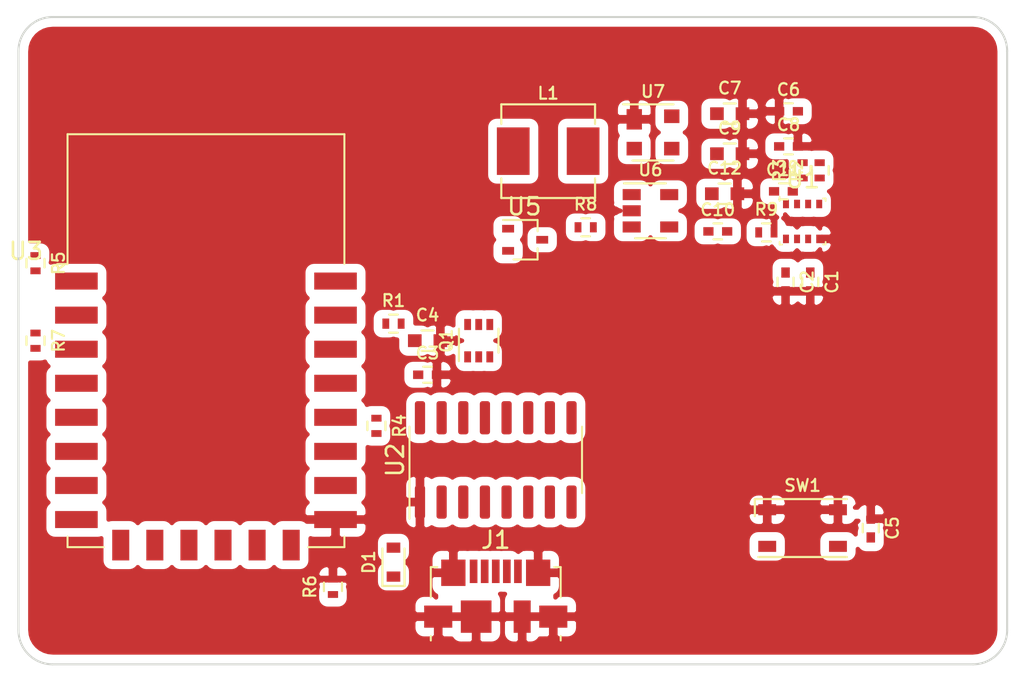
<source format=kicad_pcb>
(kicad_pcb (version 20171130) (host pcbnew 5.1.5-52549c5~84~ubuntu18.04.1)

  (general
    (thickness 1.6)
    (drawings 10)
    (tracks 0)
    (zones 0)
    (modules 32)
    (nets 17)
  )

  (page A4)
  (layers
    (0 F.Cu signal)
    (31 B.Cu signal)
    (32 B.Adhes user)
    (33 F.Adhes user)
    (34 B.Paste user)
    (35 F.Paste user)
    (36 B.SilkS user)
    (37 F.SilkS user)
    (38 B.Mask user)
    (39 F.Mask user)
    (40 Dwgs.User user)
    (41 Cmts.User user)
    (42 Eco1.User user)
    (43 Eco2.User user)
    (44 Edge.Cuts user)
    (45 Margin user)
    (46 B.CrtYd user)
    (47 F.CrtYd user)
    (48 B.Fab user)
    (49 F.Fab user)
  )

  (setup
    (last_trace_width 0.25)
    (trace_clearance 0.2)
    (zone_clearance 0.508)
    (zone_45_only no)
    (trace_min 0.2)
    (via_size 0.8)
    (via_drill 0.4)
    (via_min_size 0.4)
    (via_min_drill 0.3)
    (uvia_size 0.3)
    (uvia_drill 0.1)
    (uvias_allowed no)
    (uvia_min_size 0.2)
    (uvia_min_drill 0.1)
    (edge_width 0.05)
    (segment_width 0.2)
    (pcb_text_width 0.3)
    (pcb_text_size 1.5 1.5)
    (mod_edge_width 0.12)
    (mod_text_size 1 1)
    (mod_text_width 0.15)
    (pad_size 1.524 1.524)
    (pad_drill 0.762)
    (pad_to_mask_clearance 0.051)
    (solder_mask_min_width 0.25)
    (aux_axis_origin 48 141)
    (visible_elements FFFFFF7F)
    (pcbplotparams
      (layerselection 0x010fc_ffffffff)
      (usegerberextensions false)
      (usegerberattributes false)
      (usegerberadvancedattributes false)
      (creategerberjobfile false)
      (excludeedgelayer true)
      (linewidth 0.100000)
      (plotframeref false)
      (viasonmask false)
      (mode 1)
      (useauxorigin false)
      (hpglpennumber 1)
      (hpglpenspeed 20)
      (hpglpendiameter 15.000000)
      (psnegative false)
      (psa4output false)
      (plotreference true)
      (plotvalue true)
      (plotinvisibletext false)
      (padsonsilk false)
      (subtractmaskfromsilk false)
      (outputformat 1)
      (mirror false)
      (drillshape 1)
      (scaleselection 1)
      (outputdirectory ""))
  )

  (net 0 "")
  (net 1 GND)
  (net 2 +3V3)
  (net 3 /RST)
  (net 4 "Net-(D1-Pad2)")
  (net 5 /D-)
  (net 6 /D+)
  (net 7 /~RST)
  (net 8 /GPIO0)
  (net 9 /~DTR)
  (net 10 "Net-(R1-Pad2)")
  (net 11 /Rx)
  (net 12 /SCL)
  (net 13 /SDA)
  (net 14 /Tx)
  (net 15 "Net-(R7-Pad2)")
  (net 16 +5V)

  (net_class Default "This is the default net class."
    (clearance 0.2)
    (trace_width 0.25)
    (via_dia 0.8)
    (via_drill 0.4)
    (uvia_dia 0.3)
    (uvia_drill 0.1)
    (add_net +3V3)
    (add_net +5V)
    (add_net /D+)
    (add_net /D-)
    (add_net /GPIO0)
    (add_net /RST)
    (add_net /Rx)
    (add_net /SCL)
    (add_net /SDA)
    (add_net /Tx)
    (add_net /~DTR)
    (add_net /~RST)
    (add_net GND)
    (add_net "Net-(D1-Pad2)")
    (add_net "Net-(R1-Pad2)")
    (add_net "Net-(R7-Pad2)")
  )

  (module DVB_Capacitors_Ceramic:C_0402 (layer F.Cu) (tedit 58CA9CC2) (tstamp 5E4233BA)
    (at 94.45 118.55 270)
    (descr "Capacitor SMD 0402, reflow soldering, AVX (see smccp.pdf)")
    (tags "capacitor 0402")
    (path /5E46CA1C)
    (attr smd)
    (fp_text reference C1 (at 0 -1.27 90) (layer F.SilkS)
      (effects (font (size 0.7 0.7) (thickness 0.127)))
    )
    (fp_text value C_0002 (at 0 1.27 90) (layer F.Fab)
      (effects (font (size 0.7 0.7) (thickness 0.127)))
    )
    (fp_line (start 1 0.4) (end -1 0.4) (layer F.CrtYd) (width 0.05))
    (fp_line (start 1 0.4) (end 1 -0.4) (layer F.CrtYd) (width 0.05))
    (fp_line (start -1 -0.4) (end -1 0.4) (layer F.CrtYd) (width 0.05))
    (fp_line (start -1 -0.4) (end 1 -0.4) (layer F.CrtYd) (width 0.05))
    (fp_line (start -0.25 0.47) (end 0.25 0.47) (layer F.SilkS) (width 0.127))
    (fp_line (start 0.25 -0.47) (end -0.25 -0.47) (layer F.SilkS) (width 0.127))
    (fp_line (start -0.5 -0.25) (end 0.5 -0.25) (layer F.Fab) (width 0.1))
    (fp_line (start 0.5 -0.25) (end 0.5 0.25) (layer F.Fab) (width 0.1))
    (fp_line (start 0.5 0.25) (end -0.5 0.25) (layer F.Fab) (width 0.1))
    (fp_line (start -0.5 0.25) (end -0.5 -0.25) (layer F.Fab) (width 0.1))
    (fp_text user %R (at 0 -1.27 90) (layer F.Fab)
      (effects (font (size 0.7 0.7) (thickness 0.127)))
    )
    (pad 2 smd rect (at 0.55 0 270) (size 0.6 0.5) (layers F.Cu F.Paste F.Mask)
      (net 1 GND))
    (pad 1 smd rect (at -0.55 0 270) (size 0.6 0.5) (layers F.Cu F.Paste F.Mask)
      (net 2 +3V3))
    (model ${DVB_3D}/DVB_Capacitors.3dshapes/C_0402.wrl
      (at (xyz 0 0 0))
      (scale (xyz 1 1 1))
      (rotate (xyz 0 0 0))
    )
  )

  (module DVB_Capacitors_Ceramic:C_0402 (layer F.Cu) (tedit 58CA9CC2) (tstamp 5E4233CB)
    (at 93 118.55 270)
    (descr "Capacitor SMD 0402, reflow soldering, AVX (see smccp.pdf)")
    (tags "capacitor 0402")
    (path /5E4697A7)
    (attr smd)
    (fp_text reference C2 (at 0 -1.27 90) (layer F.SilkS)
      (effects (font (size 0.7 0.7) (thickness 0.127)))
    )
    (fp_text value C_0002 (at 0 1.27 90) (layer F.Fab)
      (effects (font (size 0.7 0.7) (thickness 0.127)))
    )
    (fp_text user %R (at 0 -1.27 90) (layer F.Fab)
      (effects (font (size 0.7 0.7) (thickness 0.127)))
    )
    (fp_line (start -0.5 0.25) (end -0.5 -0.25) (layer F.Fab) (width 0.1))
    (fp_line (start 0.5 0.25) (end -0.5 0.25) (layer F.Fab) (width 0.1))
    (fp_line (start 0.5 -0.25) (end 0.5 0.25) (layer F.Fab) (width 0.1))
    (fp_line (start -0.5 -0.25) (end 0.5 -0.25) (layer F.Fab) (width 0.1))
    (fp_line (start 0.25 -0.47) (end -0.25 -0.47) (layer F.SilkS) (width 0.127))
    (fp_line (start -0.25 0.47) (end 0.25 0.47) (layer F.SilkS) (width 0.127))
    (fp_line (start -1 -0.4) (end 1 -0.4) (layer F.CrtYd) (width 0.05))
    (fp_line (start -1 -0.4) (end -1 0.4) (layer F.CrtYd) (width 0.05))
    (fp_line (start 1 0.4) (end 1 -0.4) (layer F.CrtYd) (width 0.05))
    (fp_line (start 1 0.4) (end -1 0.4) (layer F.CrtYd) (width 0.05))
    (pad 1 smd rect (at -0.55 0 270) (size 0.6 0.5) (layers F.Cu F.Paste F.Mask)
      (net 2 +3V3))
    (pad 2 smd rect (at 0.55 0 270) (size 0.6 0.5) (layers F.Cu F.Paste F.Mask)
      (net 1 GND))
    (model ${DVB_3D}/DVB_Capacitors.3dshapes/C_0402.wrl
      (at (xyz 0 0 0))
      (scale (xyz 1 1 1))
      (rotate (xyz 0 0 0))
    )
  )

  (module DVB_Capacitors_Ceramic:C_0402 (layer F.Cu) (tedit 58CA9CC2) (tstamp 5E4233DC)
    (at 72 124)
    (descr "Capacitor SMD 0402, reflow soldering, AVX (see smccp.pdf)")
    (tags "capacitor 0402")
    (path /5E436611)
    (attr smd)
    (fp_text reference C3 (at 0 -1.27) (layer F.SilkS)
      (effects (font (size 0.7 0.7) (thickness 0.127)))
    )
    (fp_text value C_0002 (at 0 1.27) (layer F.Fab)
      (effects (font (size 0.7 0.7) (thickness 0.127)))
    )
    (fp_text user %R (at 0 -1.27) (layer F.Fab)
      (effects (font (size 0.7 0.7) (thickness 0.127)))
    )
    (fp_line (start -0.5 0.25) (end -0.5 -0.25) (layer F.Fab) (width 0.1))
    (fp_line (start 0.5 0.25) (end -0.5 0.25) (layer F.Fab) (width 0.1))
    (fp_line (start 0.5 -0.25) (end 0.5 0.25) (layer F.Fab) (width 0.1))
    (fp_line (start -0.5 -0.25) (end 0.5 -0.25) (layer F.Fab) (width 0.1))
    (fp_line (start 0.25 -0.47) (end -0.25 -0.47) (layer F.SilkS) (width 0.127))
    (fp_line (start -0.25 0.47) (end 0.25 0.47) (layer F.SilkS) (width 0.127))
    (fp_line (start -1 -0.4) (end 1 -0.4) (layer F.CrtYd) (width 0.05))
    (fp_line (start -1 -0.4) (end -1 0.4) (layer F.CrtYd) (width 0.05))
    (fp_line (start 1 0.4) (end 1 -0.4) (layer F.CrtYd) (width 0.05))
    (fp_line (start 1 0.4) (end -1 0.4) (layer F.CrtYd) (width 0.05))
    (pad 1 smd rect (at -0.55 0) (size 0.6 0.5) (layers F.Cu F.Paste F.Mask)
      (net 2 +3V3))
    (pad 2 smd rect (at 0.55 0) (size 0.6 0.5) (layers F.Cu F.Paste F.Mask)
      (net 1 GND))
    (model ${DVB_3D}/DVB_Capacitors.3dshapes/C_0402.wrl
      (at (xyz 0 0 0))
      (scale (xyz 1 1 1))
      (rotate (xyz 0 0 0))
    )
  )

  (module DVB_Capacitors_Ceramic:C_0402 (layer F.Cu) (tedit 58CA9CC2) (tstamp 5E4233FE)
    (at 98 133 270)
    (descr "Capacitor SMD 0402, reflow soldering, AVX (see smccp.pdf)")
    (tags "capacitor 0402")
    (path /5E44E60E)
    (attr smd)
    (fp_text reference C5 (at 0 -1.27 90) (layer F.SilkS)
      (effects (font (size 0.7 0.7) (thickness 0.127)))
    )
    (fp_text value C_0002 (at 0 1.27 90) (layer F.Fab)
      (effects (font (size 0.7 0.7) (thickness 0.127)))
    )
    (fp_line (start 1 0.4) (end -1 0.4) (layer F.CrtYd) (width 0.05))
    (fp_line (start 1 0.4) (end 1 -0.4) (layer F.CrtYd) (width 0.05))
    (fp_line (start -1 -0.4) (end -1 0.4) (layer F.CrtYd) (width 0.05))
    (fp_line (start -1 -0.4) (end 1 -0.4) (layer F.CrtYd) (width 0.05))
    (fp_line (start -0.25 0.47) (end 0.25 0.47) (layer F.SilkS) (width 0.127))
    (fp_line (start 0.25 -0.47) (end -0.25 -0.47) (layer F.SilkS) (width 0.127))
    (fp_line (start -0.5 -0.25) (end 0.5 -0.25) (layer F.Fab) (width 0.1))
    (fp_line (start 0.5 -0.25) (end 0.5 0.25) (layer F.Fab) (width 0.1))
    (fp_line (start 0.5 0.25) (end -0.5 0.25) (layer F.Fab) (width 0.1))
    (fp_line (start -0.5 0.25) (end -0.5 -0.25) (layer F.Fab) (width 0.1))
    (fp_text user %R (at 0 -1.27 90) (layer F.Fab)
      (effects (font (size 0.7 0.7) (thickness 0.127)))
    )
    (pad 2 smd rect (at 0.55 0 270) (size 0.6 0.5) (layers F.Cu F.Paste F.Mask)
      (net 3 /RST))
    (pad 1 smd rect (at -0.55 0 270) (size 0.6 0.5) (layers F.Cu F.Paste F.Mask)
      (net 1 GND))
    (model ${DVB_3D}/DVB_Capacitors.3dshapes/C_0402.wrl
      (at (xyz 0 0 0))
      (scale (xyz 1 1 1))
      (rotate (xyz 0 0 0))
    )
  )

  (module DVB_Diodes:D_0603 (layer F.Cu) (tedit 58E4FB2A) (tstamp 5E423416)
    (at 70 135 90)
    (descr "Diode SMD in 0603 package")
    (tags "smd diode")
    (path /5E43FCB8)
    (attr smd)
    (fp_text reference D1 (at 0 -1.45 90) (layer F.SilkS)
      (effects (font (size 0.7 0.7) (thickness 0.127)))
    )
    (fp_text value D_0020 (at 0 1.4 90) (layer F.Fab)
      (effects (font (size 0.7 0.7) (thickness 0.127)))
    )
    (fp_text user %R (at 0 -1.45 90) (layer F.Fab)
      (effects (font (size 0.7 0.7) (thickness 0.127)))
    )
    (fp_line (start 1.5 0.75) (end 1.5 -0.75) (layer F.CrtYd) (width 0.05))
    (fp_line (start -1.5 0.75) (end 1.5 0.75) (layer F.CrtYd) (width 0.05))
    (fp_line (start -1.5 -0.75) (end -1.5 0.75) (layer F.CrtYd) (width 0.05))
    (fp_line (start 1.5 -0.75) (end -1.5 -0.75) (layer F.CrtYd) (width 0.05))
    (fp_line (start 0.2 0) (end 0.4 0) (layer F.Fab) (width 0.1))
    (fp_line (start -0.1 0) (end -0.3 0) (layer F.Fab) (width 0.1))
    (fp_line (start -0.1 -0.2) (end -0.1 0.2) (layer F.Fab) (width 0.1))
    (fp_line (start 0.2 0.2) (end 0.2 -0.2) (layer F.Fab) (width 0.1))
    (fp_line (start -0.1 0) (end 0.2 0.2) (layer F.Fab) (width 0.1))
    (fp_line (start 0.2 -0.2) (end -0.1 0) (layer F.Fab) (width 0.1))
    (fp_line (start -0.8 0.4) (end -0.8 -0.4) (layer F.Fab) (width 0.1))
    (fp_line (start 0.8 0.4) (end -0.8 0.4) (layer F.Fab) (width 0.1))
    (fp_line (start 0.8 -0.4) (end 0.8 0.4) (layer F.Fab) (width 0.1))
    (fp_line (start -0.8 -0.4) (end 0.8 -0.4) (layer F.Fab) (width 0.1))
    (fp_line (start -1.4 0.65) (end 0.8 0.65) (layer F.SilkS) (width 0.127))
    (fp_line (start -1.4 -0.65) (end 0.8 -0.65) (layer F.SilkS) (width 0.127))
    (fp_line (start -1.4 -0.65) (end -1.4 0.65) (layer F.SilkS) (width 0.127))
    (pad 1 smd rect (at -0.85 0 90) (size 0.6 0.8) (layers F.Cu F.Paste F.Mask)
      (net 16 +5V))
    (pad 2 smd rect (at 0.85 0 90) (size 0.6 0.8) (layers F.Cu F.Paste F.Mask)
      (net 4 "Net-(D1-Pad2)"))
    (model ${DVB_3D}/DVB_Diodes_SMD.3dshapes/D_0603.wrl
      (at (xyz 0 0 0))
      (scale (xyz 1 1 1))
      (rotate (xyz 0 0 0))
    )
  )

  (module Connector_USB:USB_Micro-B_Molex_47346-0001 (layer F.Cu) (tedit 5D8620A7) (tstamp 5E423436)
    (at 76 137)
    (descr "Micro USB B receptable with flange, bottom-mount, SMD, right-angle (http://www.molex.com/pdm_docs/sd/473460001_sd.pdf)")
    (tags "Micro B USB SMD")
    (path /5E41D2D1)
    (attr smd)
    (fp_text reference J1 (at 0 -3.3 180) (layer F.SilkS)
      (effects (font (size 1 1) (thickness 0.15)))
    )
    (fp_text value USB_B_Micro (at 0 4.6 180) (layer F.Fab)
      (effects (font (size 1 1) (thickness 0.15)))
    )
    (fp_text user "PCB Edge" (at 0 2.67 180) (layer Dwgs.User)
      (effects (font (size 0.4 0.4) (thickness 0.04)))
    )
    (fp_text user %R (at 0 1.2) (layer F.Fab)
      (effects (font (size 1 1) (thickness 0.15)))
    )
    (fp_line (start 3.81 -1.71) (end 3.43 -1.71) (layer F.SilkS) (width 0.12))
    (fp_line (start 4.7 3.85) (end -4.7 3.85) (layer F.CrtYd) (width 0.05))
    (fp_line (start 4.7 -2.65) (end 4.7 3.85) (layer F.CrtYd) (width 0.05))
    (fp_line (start -4.7 -2.65) (end 4.7 -2.65) (layer F.CrtYd) (width 0.05))
    (fp_line (start -4.7 3.85) (end -4.7 -2.65) (layer F.CrtYd) (width 0.05))
    (fp_line (start 3.75 3.35) (end -3.75 3.35) (layer F.Fab) (width 0.1))
    (fp_line (start 3.75 -1.65) (end 3.75 3.35) (layer F.Fab) (width 0.1))
    (fp_line (start -3.75 -1.65) (end 3.75 -1.65) (layer F.Fab) (width 0.1))
    (fp_line (start -3.75 3.35) (end -3.75 -1.65) (layer F.Fab) (width 0.1))
    (fp_line (start 3.81 2.34) (end 3.81 2.6) (layer F.SilkS) (width 0.12))
    (fp_line (start 3.81 -1.71) (end 3.81 0.06) (layer F.SilkS) (width 0.12))
    (fp_line (start -3.81 -1.71) (end -3.43 -1.71) (layer F.SilkS) (width 0.12))
    (fp_line (start -3.81 0.06) (end -3.81 -1.71) (layer F.SilkS) (width 0.12))
    (fp_line (start -3.81 2.6) (end -3.81 2.34) (layer F.SilkS) (width 0.12))
    (fp_line (start -3.25 2.65) (end 3.25 2.65) (layer F.Fab) (width 0.1))
    (pad 1 smd rect (at -1.3 -1.46) (size 0.45 1.38) (layers F.Cu F.Paste F.Mask)
      (net 4 "Net-(D1-Pad2)"))
    (pad 2 smd rect (at -0.65 -1.46) (size 0.45 1.38) (layers F.Cu F.Paste F.Mask)
      (net 5 /D-))
    (pad 3 smd rect (at 0 -1.46) (size 0.45 1.38) (layers F.Cu F.Paste F.Mask)
      (net 6 /D+))
    (pad 4 smd rect (at 0.65 -1.46) (size 0.45 1.38) (layers F.Cu F.Paste F.Mask))
    (pad 5 smd rect (at 1.3 -1.46) (size 0.45 1.38) (layers F.Cu F.Paste F.Mask)
      (net 1 GND))
    (pad 6 smd rect (at -2.4875 -1.375) (size 1.425 1.55) (layers F.Cu F.Paste F.Mask)
      (net 1 GND))
    (pad 6 smd rect (at 2.4875 -1.375) (size 1.425 1.55) (layers F.Cu F.Paste F.Mask)
      (net 1 GND))
    (pad 6 smd rect (at -3.375 1.2) (size 1.65 1.3) (layers F.Cu F.Paste F.Mask)
      (net 1 GND))
    (pad 6 smd rect (at 3.375 1.2) (size 1.65 1.3) (layers F.Cu F.Paste F.Mask)
      (net 1 GND))
    (pad 6 smd rect (at -1.15 1.2) (size 1.8 1.9) (layers F.Cu F.Paste F.Mask)
      (net 1 GND))
    (pad 6 smd rect (at 1.55 1.2) (size 1 1.9) (layers F.Cu F.Paste F.Mask)
      (net 1 GND))
    (model ${KISYS3DMOD}/Connector_USB.3dshapes/USB_Micro-B_Molex_47346-0001.wrl
      (at (xyz 0 0 0))
      (scale (xyz 1 1 1))
      (rotate (xyz 0 0 0))
    )
  )

  (module DVB_SOT:SOT_363-SC_70-6 (layer F.Cu) (tedit 5B97C9EE) (tstamp 5E42344C)
    (at 75 122 90)
    (descr "SOT-363, SC-70-6")
    (path /5E41F71A)
    (attr smd)
    (fp_text reference Q1 (at 0 -1.9 90) (layer F.SilkS)
      (effects (font (size 0.7 0.7) (thickness 0.127)))
    )
    (fp_text value Q_0001 (at 0 1.95 90) (layer F.Fab)
      (effects (font (size 0.7 0.7) (thickness 0.127)))
    )
    (fp_text user %R (at 0 -1.9 90) (layer F.Fab)
      (effects (font (size 0.7 0.7) (thickness 0.127)))
    )
    (fp_line (start 0.7 -1.16) (end -1.2 -1.16) (layer F.SilkS) (width 0.127))
    (fp_line (start -0.7 1.16) (end 0.7 1.16) (layer F.SilkS) (width 0.127))
    (fp_line (start 1.6 1.4) (end 1.6 -1.4) (layer F.CrtYd) (width 0.05))
    (fp_line (start -1.6 -1.4) (end -1.6 1.4) (layer F.CrtYd) (width 0.05))
    (fp_line (start -1.6 -1.4) (end 1.6 -1.4) (layer F.CrtYd) (width 0.05))
    (fp_line (start 0.675 -1.1) (end -0.175 -1.1) (layer F.Fab) (width 0.1))
    (fp_line (start -0.675 -0.6) (end -0.675 1.1) (layer F.Fab) (width 0.1))
    (fp_line (start -1.6 1.4) (end 1.6 1.4) (layer F.CrtYd) (width 0.05))
    (fp_line (start 0.675 -1.1) (end 0.675 1.1) (layer F.Fab) (width 0.1))
    (fp_line (start 0.675 1.1) (end -0.675 1.1) (layer F.Fab) (width 0.1))
    (fp_line (start -0.175 -1.1) (end -0.675 -0.6) (layer F.Fab) (width 0.1))
    (pad 1 smd rect (at -0.95 -0.65 90) (size 0.65 0.4) (layers F.Cu F.Paste F.Mask)
      (net 7 /~RST))
    (pad 3 smd rect (at -0.95 0.65 90) (size 0.65 0.4) (layers F.Cu F.Paste F.Mask)
      (net 8 /GPIO0))
    (pad 5 smd rect (at 0.95 0 90) (size 0.65 0.4) (layers F.Cu F.Paste F.Mask)
      (net 7 /~RST))
    (pad 2 smd rect (at -0.95 0 90) (size 0.65 0.4) (layers F.Cu F.Paste F.Mask)
      (net 9 /~DTR))
    (pad 4 smd rect (at 0.95 0.65 90) (size 0.65 0.4) (layers F.Cu F.Paste F.Mask)
      (net 9 /~DTR))
    (pad 6 smd rect (at 0.95 -0.65 90) (size 0.65 0.4) (layers F.Cu F.Paste F.Mask)
      (net 7 /~RST))
    (model ${DVB_3D}/DVB_SOT_SMD.3dshapes/SOT-363_SC-70-6.wrl
      (at (xyz 0 0 0))
      (scale (xyz 1 1 1))
      (rotate (xyz 0 0 0))
    )
  )

  (module DVB_Resistors:R_0402 (layer F.Cu) (tedit 58E3B996) (tstamp 5E42345D)
    (at 70 121)
    (descr "Resistor SMD 0402, reflow soldering, Vishay (see dcrcw.pdf)")
    (tags "resistor 0402")
    (path /5E433E99)
    (attr smd)
    (fp_text reference R1 (at 0 -1.35) (layer F.SilkS)
      (effects (font (size 0.7 0.7) (thickness 0.127)))
    )
    (fp_text value 470 (at 0 1.45) (layer F.Fab)
      (effects (font (size 0.7 0.7) (thickness 0.127)))
    )
    (fp_line (start 0.8 0.45) (end -0.8 0.45) (layer F.CrtYd) (width 0.05))
    (fp_line (start 0.8 0.45) (end 0.8 -0.45) (layer F.CrtYd) (width 0.05))
    (fp_line (start -0.8 -0.45) (end -0.8 0.45) (layer F.CrtYd) (width 0.05))
    (fp_line (start -0.8 -0.45) (end 0.8 -0.45) (layer F.CrtYd) (width 0.05))
    (fp_line (start -0.25 0.53) (end 0.25 0.53) (layer F.SilkS) (width 0.127))
    (fp_line (start 0.25 -0.53) (end -0.25 -0.53) (layer F.SilkS) (width 0.127))
    (fp_line (start -0.5 -0.25) (end 0.5 -0.25) (layer F.Fab) (width 0.1))
    (fp_line (start 0.5 -0.25) (end 0.5 0.25) (layer F.Fab) (width 0.1))
    (fp_line (start 0.5 0.25) (end -0.5 0.25) (layer F.Fab) (width 0.1))
    (fp_line (start -0.5 0.25) (end -0.5 -0.25) (layer F.Fab) (width 0.1))
    (fp_text user %R (at 0 -1.35) (layer F.Fab)
      (effects (font (size 0.7 0.7) (thickness 0.127)))
    )
    (pad 2 smd rect (at 0.45 0) (size 0.4 0.6) (layers F.Cu F.Paste F.Mask)
      (net 10 "Net-(R1-Pad2)"))
    (pad 1 smd rect (at -0.45 0) (size 0.4 0.6) (layers F.Cu F.Paste F.Mask)
      (net 11 /Rx))
    (model ${DVB_3D}/DVB_Resistors_SMD.3dshapes/R_0402.wrl
      (at (xyz 0 0 0))
      (scale (xyz 1 1 1))
      (rotate (xyz 0 0 0))
    )
  )

  (module DVB_Resistors:R_0402 (layer F.Cu) (tedit 58E3B996) (tstamp 5E42346E)
    (at 95 112 90)
    (descr "Resistor SMD 0402, reflow soldering, Vishay (see dcrcw.pdf)")
    (tags "resistor 0402")
    (path /5E4638EA)
    (attr smd)
    (fp_text reference R2 (at 0 -1.35 90) (layer F.SilkS)
      (effects (font (size 0.7 0.7) (thickness 0.127)))
    )
    (fp_text value 4.7k (at 0 1.45 90) (layer F.Fab)
      (effects (font (size 0.7 0.7) (thickness 0.127)))
    )
    (fp_line (start 0.8 0.45) (end -0.8 0.45) (layer F.CrtYd) (width 0.05))
    (fp_line (start 0.8 0.45) (end 0.8 -0.45) (layer F.CrtYd) (width 0.05))
    (fp_line (start -0.8 -0.45) (end -0.8 0.45) (layer F.CrtYd) (width 0.05))
    (fp_line (start -0.8 -0.45) (end 0.8 -0.45) (layer F.CrtYd) (width 0.05))
    (fp_line (start -0.25 0.53) (end 0.25 0.53) (layer F.SilkS) (width 0.127))
    (fp_line (start 0.25 -0.53) (end -0.25 -0.53) (layer F.SilkS) (width 0.127))
    (fp_line (start -0.5 -0.25) (end 0.5 -0.25) (layer F.Fab) (width 0.1))
    (fp_line (start 0.5 -0.25) (end 0.5 0.25) (layer F.Fab) (width 0.1))
    (fp_line (start 0.5 0.25) (end -0.5 0.25) (layer F.Fab) (width 0.1))
    (fp_line (start -0.5 0.25) (end -0.5 -0.25) (layer F.Fab) (width 0.1))
    (fp_text user %R (at 0 -1.35 90) (layer F.Fab)
      (effects (font (size 0.7 0.7) (thickness 0.127)))
    )
    (pad 2 smd rect (at 0.45 0 90) (size 0.4 0.6) (layers F.Cu F.Paste F.Mask)
      (net 2 +3V3))
    (pad 1 smd rect (at -0.45 0 90) (size 0.4 0.6) (layers F.Cu F.Paste F.Mask)
      (net 12 /SCL))
    (model ${DVB_3D}/DVB_Resistors_SMD.3dshapes/R_0402.wrl
      (at (xyz 0 0 0))
      (scale (xyz 1 1 1))
      (rotate (xyz 0 0 0))
    )
  )

  (module DVB_Resistors:R_0402 (layer F.Cu) (tedit 58E3B996) (tstamp 5E42347F)
    (at 94 112 90)
    (descr "Resistor SMD 0402, reflow soldering, Vishay (see dcrcw.pdf)")
    (tags "resistor 0402")
    (path /5E464848)
    (attr smd)
    (fp_text reference R3 (at 0 -1.35 90) (layer F.SilkS)
      (effects (font (size 0.7 0.7) (thickness 0.127)))
    )
    (fp_text value 4.7k (at 0 1.45 90) (layer F.Fab)
      (effects (font (size 0.7 0.7) (thickness 0.127)))
    )
    (fp_text user %R (at 0 -1.35 90) (layer F.Fab)
      (effects (font (size 0.7 0.7) (thickness 0.127)))
    )
    (fp_line (start -0.5 0.25) (end -0.5 -0.25) (layer F.Fab) (width 0.1))
    (fp_line (start 0.5 0.25) (end -0.5 0.25) (layer F.Fab) (width 0.1))
    (fp_line (start 0.5 -0.25) (end 0.5 0.25) (layer F.Fab) (width 0.1))
    (fp_line (start -0.5 -0.25) (end 0.5 -0.25) (layer F.Fab) (width 0.1))
    (fp_line (start 0.25 -0.53) (end -0.25 -0.53) (layer F.SilkS) (width 0.127))
    (fp_line (start -0.25 0.53) (end 0.25 0.53) (layer F.SilkS) (width 0.127))
    (fp_line (start -0.8 -0.45) (end 0.8 -0.45) (layer F.CrtYd) (width 0.05))
    (fp_line (start -0.8 -0.45) (end -0.8 0.45) (layer F.CrtYd) (width 0.05))
    (fp_line (start 0.8 0.45) (end 0.8 -0.45) (layer F.CrtYd) (width 0.05))
    (fp_line (start 0.8 0.45) (end -0.8 0.45) (layer F.CrtYd) (width 0.05))
    (pad 1 smd rect (at -0.45 0 90) (size 0.4 0.6) (layers F.Cu F.Paste F.Mask)
      (net 13 /SDA))
    (pad 2 smd rect (at 0.45 0 90) (size 0.4 0.6) (layers F.Cu F.Paste F.Mask)
      (net 2 +3V3))
    (model ${DVB_3D}/DVB_Resistors_SMD.3dshapes/R_0402.wrl
      (at (xyz 0 0 0))
      (scale (xyz 1 1 1))
      (rotate (xyz 0 0 0))
    )
  )

  (module DVB_Resistors:R_0402 (layer F.Cu) (tedit 58E3B996) (tstamp 5E423490)
    (at 69 127 270)
    (descr "Resistor SMD 0402, reflow soldering, Vishay (see dcrcw.pdf)")
    (tags "resistor 0402")
    (path /5E44497A)
    (attr smd)
    (fp_text reference R4 (at 0 -1.35 90) (layer F.SilkS)
      (effects (font (size 0.7 0.7) (thickness 0.127)))
    )
    (fp_text value 10k (at 0 1.45 90) (layer F.Fab)
      (effects (font (size 0.7 0.7) (thickness 0.127)))
    )
    (fp_line (start 0.8 0.45) (end -0.8 0.45) (layer F.CrtYd) (width 0.05))
    (fp_line (start 0.8 0.45) (end 0.8 -0.45) (layer F.CrtYd) (width 0.05))
    (fp_line (start -0.8 -0.45) (end -0.8 0.45) (layer F.CrtYd) (width 0.05))
    (fp_line (start -0.8 -0.45) (end 0.8 -0.45) (layer F.CrtYd) (width 0.05))
    (fp_line (start -0.25 0.53) (end 0.25 0.53) (layer F.SilkS) (width 0.127))
    (fp_line (start 0.25 -0.53) (end -0.25 -0.53) (layer F.SilkS) (width 0.127))
    (fp_line (start -0.5 -0.25) (end 0.5 -0.25) (layer F.Fab) (width 0.1))
    (fp_line (start 0.5 -0.25) (end 0.5 0.25) (layer F.Fab) (width 0.1))
    (fp_line (start 0.5 0.25) (end -0.5 0.25) (layer F.Fab) (width 0.1))
    (fp_line (start -0.5 0.25) (end -0.5 -0.25) (layer F.Fab) (width 0.1))
    (fp_text user %R (at 0 -1.35 90) (layer F.Fab)
      (effects (font (size 0.7 0.7) (thickness 0.127)))
    )
    (pad 2 smd rect (at 0.45 0 270) (size 0.4 0.6) (layers F.Cu F.Paste F.Mask)
      (net 2 +3V3))
    (pad 1 smd rect (at -0.45 0 270) (size 0.4 0.6) (layers F.Cu F.Paste F.Mask)
      (net 8 /GPIO0))
    (model ${DVB_3D}/DVB_Resistors_SMD.3dshapes/R_0402.wrl
      (at (xyz 0 0 0))
      (scale (xyz 1 1 1))
      (rotate (xyz 0 0 0))
    )
  )

  (module DVB_Resistors:R_0402 (layer F.Cu) (tedit 58E3B996) (tstamp 5E4234B2)
    (at 66.45 136.45 90)
    (descr "Resistor SMD 0402, reflow soldering, Vishay (see dcrcw.pdf)")
    (tags "resistor 0402")
    (path /5E448770)
    (attr smd)
    (fp_text reference R6 (at 0 -1.35 90) (layer F.SilkS)
      (effects (font (size 0.7 0.7) (thickness 0.127)))
    )
    (fp_text value 10k (at 0 1.45 90) (layer F.Fab)
      (effects (font (size 0.7 0.7) (thickness 0.127)))
    )
    (fp_text user %R (at 0 -1.35 90) (layer F.Fab)
      (effects (font (size 0.7 0.7) (thickness 0.127)))
    )
    (fp_line (start -0.5 0.25) (end -0.5 -0.25) (layer F.Fab) (width 0.1))
    (fp_line (start 0.5 0.25) (end -0.5 0.25) (layer F.Fab) (width 0.1))
    (fp_line (start 0.5 -0.25) (end 0.5 0.25) (layer F.Fab) (width 0.1))
    (fp_line (start -0.5 -0.25) (end 0.5 -0.25) (layer F.Fab) (width 0.1))
    (fp_line (start 0.25 -0.53) (end -0.25 -0.53) (layer F.SilkS) (width 0.127))
    (fp_line (start -0.25 0.53) (end 0.25 0.53) (layer F.SilkS) (width 0.127))
    (fp_line (start -0.8 -0.45) (end 0.8 -0.45) (layer F.CrtYd) (width 0.05))
    (fp_line (start -0.8 -0.45) (end -0.8 0.45) (layer F.CrtYd) (width 0.05))
    (fp_line (start 0.8 0.45) (end 0.8 -0.45) (layer F.CrtYd) (width 0.05))
    (fp_line (start 0.8 0.45) (end -0.8 0.45) (layer F.CrtYd) (width 0.05))
    (pad 1 smd rect (at -0.45 0 90) (size 0.4 0.6) (layers F.Cu F.Paste F.Mask))
    (pad 2 smd rect (at 0.45 0 90) (size 0.4 0.6) (layers F.Cu F.Paste F.Mask)
      (net 1 GND))
    (model ${DVB_3D}/DVB_Resistors_SMD.3dshapes/R_0402.wrl
      (at (xyz 0 0 0))
      (scale (xyz 1 1 1))
      (rotate (xyz 0 0 0))
    )
  )

  (module DVB_Buttons:PTS810 (layer F.Cu) (tedit 5C7D3688) (tstamp 5E4234C7)
    (at 94 133)
    (path /5E4227B0)
    (attr smd)
    (fp_text reference SW1 (at 0 -2.5) (layer F.SilkS)
      (effects (font (size 0.7 0.7) (thickness 0.127)))
    )
    (fp_text value SW_0003 (at 0 0.9) (layer F.Fab)
      (effects (font (size 0.7 0.7) (thickness 0.127)))
    )
    (fp_text user %R (at 0 0) (layer F.Fab)
      (effects (font (size 0.7 0.7) (thickness 0.127)))
    )
    (fp_line (start -2.1 1.6) (end -2.1 -0.6) (layer F.Fab) (width 0.1))
    (fp_line (start 2.1 1.6) (end -2.1 1.6) (layer F.Fab) (width 0.1))
    (fp_line (start 2.1 -1.6) (end 2.1 1.6) (layer F.Fab) (width 0.1))
    (fp_line (start -1.1 -1.6) (end 2.1 -1.6) (layer F.Fab) (width 0.1))
    (fp_line (start 2.6 -1.7) (end -2.8 -1.7) (layer F.SilkS) (width 0.127))
    (fp_line (start 2.6 1.7) (end -2.6 1.7) (layer F.SilkS) (width 0.127))
    (fp_line (start -1.1 -1.6) (end -2.1 -0.6) (layer F.Fab) (width 0.1))
    (fp_line (start -2.8 -1.7) (end -2.8 -0.7) (layer F.SilkS) (width 0.127))
    (fp_line (start -3 -2) (end 3 -2) (layer F.CrtYd) (width 0.05))
    (fp_line (start 3 -2) (end 3 2) (layer F.CrtYd) (width 0.05))
    (fp_line (start 3 2) (end -3 2) (layer F.CrtYd) (width 0.05))
    (fp_line (start -3 2) (end -3 -2) (layer F.CrtYd) (width 0.05))
    (pad 1 smd rect (at -2.075 -1.075) (size 1.05 0.65) (layers F.Cu F.Paste F.Mask)
      (net 1 GND))
    (pad 2 smd rect (at 2.075 -1.075) (size 1.05 0.65) (layers F.Cu F.Paste F.Mask)
      (net 1 GND))
    (pad 3 smd rect (at -2.075 1.075) (size 1.05 0.65) (layers F.Cu F.Paste F.Mask)
      (net 3 /RST))
    (pad 4 smd rect (at 2.075 1.075) (size 1.05 0.65) (layers F.Cu F.Paste F.Mask)
      (net 3 /RST))
    (model ${DVB_3D}/DVB_Buttons.3dshapes/PTS810.wrl
      (at (xyz 0 0 0))
      (scale (xyz 1 1 1))
      (rotate (xyz 0 0 0))
    )
  )

  (module Package_LGA:Bosch_LGA-8_2.5x2.5mm_P0.65mm_ClockwisePinNumbering (layer F.Cu) (tedit 5A0FA816) (tstamp 5E4234E4)
    (at 94 115)
    (descr LGA-8)
    (tags "lga land grid array")
    (path /5E423EC8)
    (attr smd)
    (fp_text reference U1 (at 0.015 -2.465) (layer F.SilkS)
      (effects (font (size 1 1) (thickness 0.15)))
    )
    (fp_text value BME280 (at 0.015 2.535) (layer F.Fab)
      (effects (font (size 1 1) (thickness 0.15)))
    )
    (fp_text user %R (at 0 0 180) (layer F.Fab)
      (effects (font (size 0.5 0.5) (thickness 0.075)))
    )
    (fp_line (start -1.35 1.36) (end -1.2 1.36) (layer F.SilkS) (width 0.1))
    (fp_line (start -1.25 -0.5) (end -0.5 -1.25) (layer F.Fab) (width 0.1))
    (fp_line (start -1.35 1.35) (end -1.35 1.2) (layer F.SilkS) (width 0.1))
    (fp_line (start 1.35 1.35) (end 1.35 1.2) (layer F.SilkS) (width 0.1))
    (fp_line (start 1.35 1.35) (end 1.2 1.35) (layer F.SilkS) (width 0.1))
    (fp_line (start 1.2 -1.35) (end 1.35 -1.35) (layer F.SilkS) (width 0.1))
    (fp_line (start 1.35 -1.35) (end 1.35 -1.2) (layer F.SilkS) (width 0.1))
    (fp_line (start -1.35 -1.2) (end -1.35 -1.45) (layer F.SilkS) (width 0.1))
    (fp_line (start -1.25 1.25) (end -1.25 -0.5) (layer F.Fab) (width 0.1))
    (fp_line (start -0.5 -1.25) (end 1.25 -1.25) (layer F.Fab) (width 0.1))
    (fp_line (start 1.25 -1.25) (end 1.25 1.25) (layer F.Fab) (width 0.1))
    (fp_line (start 1.25 1.25) (end -1.25 1.25) (layer F.Fab) (width 0.1))
    (fp_line (start -1.41 1.54) (end -1.41 -1.54) (layer F.CrtYd) (width 0.05))
    (fp_line (start -1.41 -1.54) (end 1.41 -1.54) (layer F.CrtYd) (width 0.05))
    (fp_line (start 1.41 -1.54) (end 1.41 1.54) (layer F.CrtYd) (width 0.05))
    (fp_line (start 1.41 1.54) (end -1.41 1.54) (layer F.CrtYd) (width 0.05))
    (pad 4 smd rect (at 0.975 -1.025 90) (size 0.5 0.35) (layers F.Cu F.Paste F.Mask)
      (net 12 /SCL))
    (pad 3 smd rect (at 0.325 -1.025 90) (size 0.5 0.35) (layers F.Cu F.Paste F.Mask)
      (net 13 /SDA))
    (pad 2 smd rect (at -0.325 -1.025 90) (size 0.5 0.35) (layers F.Cu F.Paste F.Mask)
      (net 2 +3V3))
    (pad 1 smd rect (at -0.975 -1.025 90) (size 0.5 0.35) (layers F.Cu F.Paste F.Mask)
      (net 1 GND))
    (pad 8 smd rect (at -0.975 1.025 90) (size 0.5 0.35) (layers F.Cu F.Paste F.Mask)
      (net 2 +3V3))
    (pad 7 smd rect (at -0.325 1.025 90) (size 0.5 0.35) (layers F.Cu F.Paste F.Mask)
      (net 1 GND))
    (pad 6 smd rect (at 0.325 1.025 90) (size 0.5 0.35) (layers F.Cu F.Paste F.Mask)
      (net 2 +3V3))
    (pad 5 smd rect (at 0.975 1.025 90) (size 0.5 0.35) (layers F.Cu F.Paste F.Mask)
      (net 1 GND))
    (model ${KISYS3DMOD}/Package_LGA.3dshapes/Bosch_LGA-8_2.5x2.5mm_P0.65mm_ClockwisePinNumbering.wrl
      (offset (xyz 0.01500000025472259 -0.03500000059435272 0))
      (scale (xyz 1 1 1))
      (rotate (xyz 0 0 0))
    )
  )

  (module Package_SO:SOIC-16_3.9x9.9mm_P1.27mm (layer F.Cu) (tedit 5D9F72B1) (tstamp 5E423506)
    (at 76 129 90)
    (descr "SOIC, 16 Pin (JEDEC MS-012AC, https://www.analog.com/media/en/package-pcb-resources/package/pkg_pdf/soic_narrow-r/r_16.pdf), generated with kicad-footprint-generator ipc_gullwing_generator.py")
    (tags "SOIC SO")
    (path /5E41CB66)
    (attr smd)
    (fp_text reference U2 (at 0 -5.9 90) (layer F.SilkS)
      (effects (font (size 1 1) (thickness 0.15)))
    )
    (fp_text value CH340G (at 0 5.9 90) (layer F.Fab)
      (effects (font (size 1 1) (thickness 0.15)))
    )
    (fp_line (start 0 5.06) (end 1.95 5.06) (layer F.SilkS) (width 0.12))
    (fp_line (start 0 5.06) (end -1.95 5.06) (layer F.SilkS) (width 0.12))
    (fp_line (start 0 -5.06) (end 1.95 -5.06) (layer F.SilkS) (width 0.12))
    (fp_line (start 0 -5.06) (end -3.45 -5.06) (layer F.SilkS) (width 0.12))
    (fp_line (start -0.975 -4.95) (end 1.95 -4.95) (layer F.Fab) (width 0.1))
    (fp_line (start 1.95 -4.95) (end 1.95 4.95) (layer F.Fab) (width 0.1))
    (fp_line (start 1.95 4.95) (end -1.95 4.95) (layer F.Fab) (width 0.1))
    (fp_line (start -1.95 4.95) (end -1.95 -3.975) (layer F.Fab) (width 0.1))
    (fp_line (start -1.95 -3.975) (end -0.975 -4.95) (layer F.Fab) (width 0.1))
    (fp_line (start -3.7 -5.2) (end -3.7 5.2) (layer F.CrtYd) (width 0.05))
    (fp_line (start -3.7 5.2) (end 3.7 5.2) (layer F.CrtYd) (width 0.05))
    (fp_line (start 3.7 5.2) (end 3.7 -5.2) (layer F.CrtYd) (width 0.05))
    (fp_line (start 3.7 -5.2) (end -3.7 -5.2) (layer F.CrtYd) (width 0.05))
    (fp_text user %R (at 0 0 90) (layer F.Fab)
      (effects (font (size 0.98 0.98) (thickness 0.15)))
    )
    (pad 1 smd roundrect (at -2.475 -4.445 90) (size 1.95 0.6) (layers F.Cu F.Paste F.Mask) (roundrect_rratio 0.25)
      (net 1 GND))
    (pad 2 smd roundrect (at -2.475 -3.175 90) (size 1.95 0.6) (layers F.Cu F.Paste F.Mask) (roundrect_rratio 0.25)
      (net 14 /Tx))
    (pad 3 smd roundrect (at -2.475 -1.905 90) (size 1.95 0.6) (layers F.Cu F.Paste F.Mask) (roundrect_rratio 0.25)
      (net 10 "Net-(R1-Pad2)"))
    (pad 4 smd roundrect (at -2.475 -0.635 90) (size 1.95 0.6) (layers F.Cu F.Paste F.Mask) (roundrect_rratio 0.25)
      (net 2 +3V3))
    (pad 5 smd roundrect (at -2.475 0.635 90) (size 1.95 0.6) (layers F.Cu F.Paste F.Mask) (roundrect_rratio 0.25)
      (net 6 /D+))
    (pad 6 smd roundrect (at -2.475 1.905 90) (size 1.95 0.6) (layers F.Cu F.Paste F.Mask) (roundrect_rratio 0.25)
      (net 5 /D-))
    (pad 7 smd roundrect (at -2.475 3.175 90) (size 1.95 0.6) (layers F.Cu F.Paste F.Mask) (roundrect_rratio 0.25))
    (pad 8 smd roundrect (at -2.475 4.445 90) (size 1.95 0.6) (layers F.Cu F.Paste F.Mask) (roundrect_rratio 0.25))
    (pad 9 smd roundrect (at 2.475 4.445 90) (size 1.95 0.6) (layers F.Cu F.Paste F.Mask) (roundrect_rratio 0.25))
    (pad 10 smd roundrect (at 2.475 3.175 90) (size 1.95 0.6) (layers F.Cu F.Paste F.Mask) (roundrect_rratio 0.25))
    (pad 11 smd roundrect (at 2.475 1.905 90) (size 1.95 0.6) (layers F.Cu F.Paste F.Mask) (roundrect_rratio 0.25))
    (pad 12 smd roundrect (at 2.475 0.635 90) (size 1.95 0.6) (layers F.Cu F.Paste F.Mask) (roundrect_rratio 0.25))
    (pad 13 smd roundrect (at 2.475 -0.635 90) (size 1.95 0.6) (layers F.Cu F.Paste F.Mask) (roundrect_rratio 0.25)
      (net 9 /~DTR))
    (pad 14 smd roundrect (at 2.475 -1.905 90) (size 1.95 0.6) (layers F.Cu F.Paste F.Mask) (roundrect_rratio 0.25)
      (net 7 /~RST))
    (pad 15 smd roundrect (at 2.475 -3.175 90) (size 1.95 0.6) (layers F.Cu F.Paste F.Mask) (roundrect_rratio 0.25))
    (pad 16 smd roundrect (at 2.475 -4.445 90) (size 1.95 0.6) (layers F.Cu F.Paste F.Mask) (roundrect_rratio 0.25)
      (net 2 +3V3))
    (model ${KISYS3DMOD}/Package_SO.3dshapes/SOIC-16_3.9x9.9mm_P1.27mm.wrl
      (at (xyz 0 0 0))
      (scale (xyz 1 1 1))
      (rotate (xyz 0 0 0))
    )
  )

  (module RF_Module:ESP-12E (layer F.Cu) (tedit 5A030172) (tstamp 5E423541)
    (at 59 122)
    (descr "Wi-Fi Module, http://wiki.ai-thinker.com/_media/esp8266/docs/aithinker_esp_12f_datasheet_en.pdf")
    (tags "Wi-Fi Module")
    (path /5E41C7B3)
    (attr smd)
    (fp_text reference U3 (at -10.56 -5.26) (layer F.SilkS)
      (effects (font (size 1 1) (thickness 0.15)))
    )
    (fp_text value ESP-12E (at -0.06 -12.78) (layer F.Fab)
      (effects (font (size 1 1) (thickness 0.15)))
    )
    (fp_text user Antenna (at -0.06 -7 180) (layer Cmts.User)
      (effects (font (size 1 1) (thickness 0.15)))
    )
    (fp_text user "KEEP-OUT ZONE" (at 0.03 -9.55 180) (layer Cmts.User)
      (effects (font (size 1 1) (thickness 0.15)))
    )
    (fp_text user %R (at 0.49 -0.8) (layer F.Fab)
      (effects (font (size 1 1) (thickness 0.15)))
    )
    (fp_line (start -8 -12) (end 8 -12) (layer F.Fab) (width 0.12))
    (fp_line (start 8 -12) (end 8 12) (layer F.Fab) (width 0.12))
    (fp_line (start 8 12) (end -8 12) (layer F.Fab) (width 0.12))
    (fp_line (start -8 12) (end -8 -3) (layer F.Fab) (width 0.12))
    (fp_line (start -8 -3) (end -7.5 -3.5) (layer F.Fab) (width 0.12))
    (fp_line (start -7.5 -3.5) (end -8 -4) (layer F.Fab) (width 0.12))
    (fp_line (start -8 -4) (end -8 -12) (layer F.Fab) (width 0.12))
    (fp_line (start -9.05 -12.2) (end 9.05 -12.2) (layer F.CrtYd) (width 0.05))
    (fp_line (start 9.05 -12.2) (end 9.05 13.1) (layer F.CrtYd) (width 0.05))
    (fp_line (start 9.05 13.1) (end -9.05 13.1) (layer F.CrtYd) (width 0.05))
    (fp_line (start -9.05 13.1) (end -9.05 -12.2) (layer F.CrtYd) (width 0.05))
    (fp_line (start -8.12 -12.12) (end 8.12 -12.12) (layer F.SilkS) (width 0.12))
    (fp_line (start 8.12 -12.12) (end 8.12 -4.5) (layer F.SilkS) (width 0.12))
    (fp_line (start 8.12 11.5) (end 8.12 12.12) (layer F.SilkS) (width 0.12))
    (fp_line (start 8.12 12.12) (end 6 12.12) (layer F.SilkS) (width 0.12))
    (fp_line (start -6 12.12) (end -8.12 12.12) (layer F.SilkS) (width 0.12))
    (fp_line (start -8.12 12.12) (end -8.12 11.5) (layer F.SilkS) (width 0.12))
    (fp_line (start -8.12 -4.5) (end -8.12 -12.12) (layer F.SilkS) (width 0.12))
    (fp_line (start -8.12 -4.5) (end -8.73 -4.5) (layer F.SilkS) (width 0.12))
    (fp_line (start -8.12 -12.12) (end 8.12 -12.12) (layer Dwgs.User) (width 0.12))
    (fp_line (start 8.12 -12.12) (end 8.12 -4.8) (layer Dwgs.User) (width 0.12))
    (fp_line (start 8.12 -4.8) (end -8.12 -4.8) (layer Dwgs.User) (width 0.12))
    (fp_line (start -8.12 -4.8) (end -8.12 -12.12) (layer Dwgs.User) (width 0.12))
    (fp_line (start -8.12 -9.12) (end -5.12 -12.12) (layer Dwgs.User) (width 0.12))
    (fp_line (start -8.12 -6.12) (end -2.12 -12.12) (layer Dwgs.User) (width 0.12))
    (fp_line (start -6.44 -4.8) (end 0.88 -12.12) (layer Dwgs.User) (width 0.12))
    (fp_line (start -3.44 -4.8) (end 3.88 -12.12) (layer Dwgs.User) (width 0.12))
    (fp_line (start -0.44 -4.8) (end 6.88 -12.12) (layer Dwgs.User) (width 0.12))
    (fp_line (start 2.56 -4.8) (end 8.12 -10.36) (layer Dwgs.User) (width 0.12))
    (fp_line (start 5.56 -4.8) (end 8.12 -7.36) (layer Dwgs.User) (width 0.12))
    (pad 1 smd rect (at -7.6 -3.5) (size 2.5 1) (layers F.Cu F.Paste F.Mask)
      (net 3 /RST))
    (pad 2 smd rect (at -7.6 -1.5) (size 2.5 1) (layers F.Cu F.Paste F.Mask))
    (pad 3 smd rect (at -7.6 0.5) (size 2.5 1) (layers F.Cu F.Paste F.Mask)
      (net 15 "Net-(R7-Pad2)"))
    (pad 4 smd rect (at -7.6 2.5) (size 2.5 1) (layers F.Cu F.Paste F.Mask))
    (pad 5 smd rect (at -7.6 4.5) (size 2.5 1) (layers F.Cu F.Paste F.Mask))
    (pad 6 smd rect (at -7.6 6.5) (size 2.5 1) (layers F.Cu F.Paste F.Mask))
    (pad 7 smd rect (at -7.6 8.5) (size 2.5 1) (layers F.Cu F.Paste F.Mask))
    (pad 8 smd rect (at -7.6 10.5) (size 2.5 1) (layers F.Cu F.Paste F.Mask)
      (net 2 +3V3))
    (pad 9 smd rect (at -5 12) (size 1 1.8) (layers F.Cu F.Paste F.Mask))
    (pad 10 smd rect (at -3 12) (size 1 1.8) (layers F.Cu F.Paste F.Mask))
    (pad 11 smd rect (at -1 12) (size 1 1.8) (layers F.Cu F.Paste F.Mask))
    (pad 12 smd rect (at 1 12) (size 1 1.8) (layers F.Cu F.Paste F.Mask))
    (pad 13 smd rect (at 3 12) (size 1 1.8) (layers F.Cu F.Paste F.Mask))
    (pad 14 smd rect (at 5 12) (size 1 1.8) (layers F.Cu F.Paste F.Mask))
    (pad 15 smd rect (at 7.6 10.5) (size 2.5 1) (layers F.Cu F.Paste F.Mask)
      (net 1 GND))
    (pad 16 smd rect (at 7.6 8.5) (size 2.5 1) (layers F.Cu F.Paste F.Mask))
    (pad 17 smd rect (at 7.6 6.5) (size 2.5 1) (layers F.Cu F.Paste F.Mask))
    (pad 18 smd rect (at 7.6 4.5) (size 2.5 1) (layers F.Cu F.Paste F.Mask)
      (net 8 /GPIO0))
    (pad 19 smd rect (at 7.6 2.5) (size 2.5 1) (layers F.Cu F.Paste F.Mask))
    (pad 20 smd rect (at 7.6 0.5) (size 2.5 1) (layers F.Cu F.Paste F.Mask))
    (pad 21 smd rect (at 7.6 -1.5) (size 2.5 1) (layers F.Cu F.Paste F.Mask)
      (net 11 /Rx))
    (pad 22 smd rect (at 7.6 -3.5) (size 2.5 1) (layers F.Cu F.Paste F.Mask)
      (net 14 /Tx))
    (model ${KISYS3DMOD}/RF_Module.3dshapes/ESP-12E.wrl
      (at (xyz 0 0 0))
      (scale (xyz 1 1 1))
      (rotate (xyz 0 0 0))
    )
    (model /home/chris/Documents/homekit/meross/hardware/KiCAD/3D/RFModules/STEP_Wi-Fi_ESP-12-E.wrl
      (at (xyz 0 0 0))
      (scale (xyz 1 1 1))
      (rotate (xyz 0 0 0))
    )
  )

  (module DVB_Resistors:R_0402 (layer F.Cu) (tedit 58E3B996) (tstamp 5E4241CC)
    (at 49 117.45 270)
    (descr "Resistor SMD 0402, reflow soldering, Vishay (see dcrcw.pdf)")
    (tags "resistor 0402")
    (path /5E48A42F)
    (attr smd)
    (fp_text reference R5 (at 0 -1.35 90) (layer F.SilkS)
      (effects (font (size 0.7 0.7) (thickness 0.127)))
    )
    (fp_text value 10k (at 0 1.45 90) (layer F.Fab)
      (effects (font (size 0.7 0.7) (thickness 0.127)))
    )
    (fp_line (start 0.8 0.45) (end -0.8 0.45) (layer F.CrtYd) (width 0.05))
    (fp_line (start 0.8 0.45) (end 0.8 -0.45) (layer F.CrtYd) (width 0.05))
    (fp_line (start -0.8 -0.45) (end -0.8 0.45) (layer F.CrtYd) (width 0.05))
    (fp_line (start -0.8 -0.45) (end 0.8 -0.45) (layer F.CrtYd) (width 0.05))
    (fp_line (start -0.25 0.53) (end 0.25 0.53) (layer F.SilkS) (width 0.127))
    (fp_line (start 0.25 -0.53) (end -0.25 -0.53) (layer F.SilkS) (width 0.127))
    (fp_line (start -0.5 -0.25) (end 0.5 -0.25) (layer F.Fab) (width 0.1))
    (fp_line (start 0.5 -0.25) (end 0.5 0.25) (layer F.Fab) (width 0.1))
    (fp_line (start 0.5 0.25) (end -0.5 0.25) (layer F.Fab) (width 0.1))
    (fp_line (start -0.5 0.25) (end -0.5 -0.25) (layer F.Fab) (width 0.1))
    (fp_text user %R (at 0 -1.35 90) (layer F.Fab)
      (effects (font (size 0.7 0.7) (thickness 0.127)))
    )
    (pad 2 smd rect (at 0.45 0 270) (size 0.4 0.6) (layers F.Cu F.Paste F.Mask)
      (net 3 /RST))
    (pad 1 smd rect (at -0.45 0 270) (size 0.4 0.6) (layers F.Cu F.Paste F.Mask)
      (net 2 +3V3))
    (model ${DVB_3D}/DVB_Resistors_SMD.3dshapes/R_0402.wrl
      (at (xyz 0 0 0))
      (scale (xyz 1 1 1))
      (rotate (xyz 0 0 0))
    )
  )

  (module DVB_Resistors:R_0402 (layer F.Cu) (tedit 58E3B996) (tstamp 5E4241DD)
    (at 49 122 270)
    (descr "Resistor SMD 0402, reflow soldering, Vishay (see dcrcw.pdf)")
    (tags "resistor 0402")
    (path /5E48B4FB)
    (attr smd)
    (fp_text reference R7 (at 0 -1.35 90) (layer F.SilkS)
      (effects (font (size 0.7 0.7) (thickness 0.127)))
    )
    (fp_text value 10k (at 0 1.45 90) (layer F.Fab)
      (effects (font (size 0.7 0.7) (thickness 0.127)))
    )
    (fp_text user %R (at 0 -1.35 90) (layer F.Fab)
      (effects (font (size 0.7 0.7) (thickness 0.127)))
    )
    (fp_line (start -0.5 0.25) (end -0.5 -0.25) (layer F.Fab) (width 0.1))
    (fp_line (start 0.5 0.25) (end -0.5 0.25) (layer F.Fab) (width 0.1))
    (fp_line (start 0.5 -0.25) (end 0.5 0.25) (layer F.Fab) (width 0.1))
    (fp_line (start -0.5 -0.25) (end 0.5 -0.25) (layer F.Fab) (width 0.1))
    (fp_line (start 0.25 -0.53) (end -0.25 -0.53) (layer F.SilkS) (width 0.127))
    (fp_line (start -0.25 0.53) (end 0.25 0.53) (layer F.SilkS) (width 0.127))
    (fp_line (start -0.8 -0.45) (end 0.8 -0.45) (layer F.CrtYd) (width 0.05))
    (fp_line (start -0.8 -0.45) (end -0.8 0.45) (layer F.CrtYd) (width 0.05))
    (fp_line (start 0.8 0.45) (end 0.8 -0.45) (layer F.CrtYd) (width 0.05))
    (fp_line (start 0.8 0.45) (end -0.8 0.45) (layer F.CrtYd) (width 0.05))
    (pad 1 smd rect (at -0.45 0 270) (size 0.4 0.6) (layers F.Cu F.Paste F.Mask)
      (net 2 +3V3))
    (pad 2 smd rect (at 0.45 0 270) (size 0.4 0.6) (layers F.Cu F.Paste F.Mask)
      (net 15 "Net-(R7-Pad2)"))
    (model ${DVB_3D}/DVB_Resistors_SMD.3dshapes/R_0402.wrl
      (at (xyz 0 0 0))
      (scale (xyz 1 1 1))
      (rotate (xyz 0 0 0))
    )
  )

  (module DVB_Capacitors_Ceramic:C_0603 (layer F.Cu) (tedit 58AA844E) (tstamp 5E4248AB)
    (at 72 122)
    (descr "Capacitor SMD 0603, reflow soldering, AVX (see smccp.pdf)")
    (tags "capacitor 0603")
    (path /5E4987E1)
    (attr smd)
    (fp_text reference C4 (at 0 -1.5) (layer F.SilkS)
      (effects (font (size 0.7 0.7) (thickness 0.127)))
    )
    (fp_text value C_0003 (at 0 1.5) (layer F.Fab)
      (effects (font (size 0.7 0.7) (thickness 0.127)))
    )
    (fp_text user %R (at 0 -1.5) (layer F.Fab)
      (effects (font (size 0.7 0.7) (thickness 0.127)))
    )
    (fp_line (start -0.8 0.4) (end -0.8 -0.4) (layer F.Fab) (width 0.1))
    (fp_line (start 0.8 0.4) (end -0.8 0.4) (layer F.Fab) (width 0.1))
    (fp_line (start 0.8 -0.4) (end 0.8 0.4) (layer F.Fab) (width 0.1))
    (fp_line (start -0.8 -0.4) (end 0.8 -0.4) (layer F.Fab) (width 0.1))
    (fp_line (start -0.35 -0.6) (end 0.35 -0.6) (layer F.SilkS) (width 0.127))
    (fp_line (start 0.35 0.6) (end -0.35 0.6) (layer F.SilkS) (width 0.127))
    (fp_line (start -1.4 -0.65) (end 1.4 -0.65) (layer F.CrtYd) (width 0.05))
    (fp_line (start -1.4 -0.65) (end -1.4 0.65) (layer F.CrtYd) (width 0.05))
    (fp_line (start 1.4 0.65) (end 1.4 -0.65) (layer F.CrtYd) (width 0.05))
    (fp_line (start 1.4 0.65) (end -1.4 0.65) (layer F.CrtYd) (width 0.05))
    (pad 1 smd rect (at -0.75 0) (size 0.8 0.75) (layers F.Cu F.Paste F.Mask)
      (net 2 +3V3))
    (pad 2 smd rect (at 0.75 0) (size 0.8 0.75) (layers F.Cu F.Paste F.Mask)
      (net 1 GND))
    (model ${DVB_3D}/DVB_Capacitors.3dshapes/C_0603.wrl
      (at (xyz 0 0 0))
      (scale (xyz 1 1 1))
      (rotate (xyz 0 0 0))
    )
  )

  (module DVB_Capacitors_Ceramic:C_0402 (layer F.Cu) (tedit 58CA9CC2) (tstamp 5E455361)
    (at 93.175001 108.533501)
    (descr "Capacitor SMD 0402, reflow soldering, AVX (see smccp.pdf)")
    (tags "capacitor 0402")
    (path /5E46036B)
    (attr smd)
    (fp_text reference C6 (at 0 -1.27) (layer F.SilkS)
      (effects (font (size 0.7 0.7) (thickness 0.127)))
    )
    (fp_text value C_0044 (at 0 1.27) (layer F.Fab)
      (effects (font (size 0.7 0.7) (thickness 0.127)))
    )
    (fp_line (start 1 0.4) (end -1 0.4) (layer F.CrtYd) (width 0.05))
    (fp_line (start 1 0.4) (end 1 -0.4) (layer F.CrtYd) (width 0.05))
    (fp_line (start -1 -0.4) (end -1 0.4) (layer F.CrtYd) (width 0.05))
    (fp_line (start -1 -0.4) (end 1 -0.4) (layer F.CrtYd) (width 0.05))
    (fp_line (start -0.25 0.47) (end 0.25 0.47) (layer F.SilkS) (width 0.127))
    (fp_line (start 0.25 -0.47) (end -0.25 -0.47) (layer F.SilkS) (width 0.127))
    (fp_line (start -0.5 -0.25) (end 0.5 -0.25) (layer F.Fab) (width 0.1))
    (fp_line (start 0.5 -0.25) (end 0.5 0.25) (layer F.Fab) (width 0.1))
    (fp_line (start 0.5 0.25) (end -0.5 0.25) (layer F.Fab) (width 0.1))
    (fp_line (start -0.5 0.25) (end -0.5 -0.25) (layer F.Fab) (width 0.1))
    (fp_text user %R (at 0 -1.27) (layer F.Fab)
      (effects (font (size 0.7 0.7) (thickness 0.127)))
    )
    (pad 2 smd rect (at 0.55 0) (size 0.6 0.5) (layers F.Cu F.Paste F.Mask)
      (net 16 +5V))
    (pad 1 smd rect (at -0.55 0) (size 0.6 0.5) (layers F.Cu F.Paste F.Mask)
      (net 1 GND))
    (model ${DVB_3D}/DVB_Capacitors.3dshapes/C_0402.wrl
      (at (xyz 0 0 0))
      (scale (xyz 1 1 1))
      (rotate (xyz 0 0 0))
    )
  )

  (module DVB_Capacitors_Ceramic:C_0603 (layer F.Cu) (tedit 58AA844E) (tstamp 5E455331)
    (at 89.725001 108.675001)
    (descr "Capacitor SMD 0603, reflow soldering, AVX (see smccp.pdf)")
    (tags "capacitor 0603")
    (path /5E4ABABF)
    (attr smd)
    (fp_text reference C7 (at 0 -1.5) (layer F.SilkS)
      (effects (font (size 0.7 0.7) (thickness 0.127)))
    )
    (fp_text value C_0003 (at 0 1.5) (layer F.Fab)
      (effects (font (size 0.7 0.7) (thickness 0.127)))
    )
    (fp_text user %R (at 0 -1.5) (layer F.Fab)
      (effects (font (size 0.7 0.7) (thickness 0.127)))
    )
    (fp_line (start -0.8 0.4) (end -0.8 -0.4) (layer F.Fab) (width 0.1))
    (fp_line (start 0.8 0.4) (end -0.8 0.4) (layer F.Fab) (width 0.1))
    (fp_line (start 0.8 -0.4) (end 0.8 0.4) (layer F.Fab) (width 0.1))
    (fp_line (start -0.8 -0.4) (end 0.8 -0.4) (layer F.Fab) (width 0.1))
    (fp_line (start -0.35 -0.6) (end 0.35 -0.6) (layer F.SilkS) (width 0.127))
    (fp_line (start 0.35 0.6) (end -0.35 0.6) (layer F.SilkS) (width 0.127))
    (fp_line (start -1.4 -0.65) (end 1.4 -0.65) (layer F.CrtYd) (width 0.05))
    (fp_line (start -1.4 -0.65) (end -1.4 0.65) (layer F.CrtYd) (width 0.05))
    (fp_line (start 1.4 0.65) (end 1.4 -0.65) (layer F.CrtYd) (width 0.05))
    (fp_line (start 1.4 0.65) (end -1.4 0.65) (layer F.CrtYd) (width 0.05))
    (pad 1 smd rect (at -0.75 0) (size 0.8 0.75) (layers F.Cu F.Paste F.Mask)
      (net 2 +3V3))
    (pad 2 smd rect (at 0.75 0) (size 0.8 0.75) (layers F.Cu F.Paste F.Mask)
      (net 1 GND))
    (model ${DVB_3D}/DVB_Capacitors.3dshapes/C_0603.wrl
      (at (xyz 0 0 0))
      (scale (xyz 1 1 1))
      (rotate (xyz 0 0 0))
    )
  )

  (module DVB_Capacitors_Ceramic:C_0402 (layer F.Cu) (tedit 58CA9CC2) (tstamp 5E4552D1)
    (at 93.175001 110.593501)
    (descr "Capacitor SMD 0402, reflow soldering, AVX (see smccp.pdf)")
    (tags "capacitor 0402")
    (path /5E46CB84)
    (attr smd)
    (fp_text reference C8 (at 0 -1.27) (layer F.SilkS)
      (effects (font (size 0.7 0.7) (thickness 0.127)))
    )
    (fp_text value C_0045 (at 0 1.27) (layer F.Fab)
      (effects (font (size 0.7 0.7) (thickness 0.127)))
    )
    (fp_text user %R (at 0 -1.27) (layer F.Fab)
      (effects (font (size 0.7 0.7) (thickness 0.127)))
    )
    (fp_line (start -0.5 0.25) (end -0.5 -0.25) (layer F.Fab) (width 0.1))
    (fp_line (start 0.5 0.25) (end -0.5 0.25) (layer F.Fab) (width 0.1))
    (fp_line (start 0.5 -0.25) (end 0.5 0.25) (layer F.Fab) (width 0.1))
    (fp_line (start -0.5 -0.25) (end 0.5 -0.25) (layer F.Fab) (width 0.1))
    (fp_line (start 0.25 -0.47) (end -0.25 -0.47) (layer F.SilkS) (width 0.127))
    (fp_line (start -0.25 0.47) (end 0.25 0.47) (layer F.SilkS) (width 0.127))
    (fp_line (start -1 -0.4) (end 1 -0.4) (layer F.CrtYd) (width 0.05))
    (fp_line (start -1 -0.4) (end -1 0.4) (layer F.CrtYd) (width 0.05))
    (fp_line (start 1 0.4) (end 1 -0.4) (layer F.CrtYd) (width 0.05))
    (fp_line (start 1 0.4) (end -1 0.4) (layer F.CrtYd) (width 0.05))
    (pad 1 smd rect (at -0.55 0) (size 0.6 0.5) (layers F.Cu F.Paste F.Mask)
      (net 2 +3V3))
    (pad 2 smd rect (at 0.55 0) (size 0.6 0.5) (layers F.Cu F.Paste F.Mask)
      (net 1 GND))
    (model ${DVB_3D}/DVB_Capacitors.3dshapes/C_0402.wrl
      (at (xyz 0 0 0))
      (scale (xyz 1 1 1))
      (rotate (xyz 0 0 0))
    )
  )

  (module DVB_Capacitors_Ceramic:C_0603 (layer F.Cu) (tedit 58AA844E) (tstamp 5E455301)
    (at 89.725001 111.025001)
    (descr "Capacitor SMD 0603, reflow soldering, AVX (see smccp.pdf)")
    (tags "capacitor 0603")
    (path /5E4ED2F9)
    (attr smd)
    (fp_text reference C9 (at 0 -1.5) (layer F.SilkS)
      (effects (font (size 0.7 0.7) (thickness 0.127)))
    )
    (fp_text value C_0003 (at 0 1.5) (layer F.Fab)
      (effects (font (size 0.7 0.7) (thickness 0.127)))
    )
    (fp_text user %R (at 0 -1.5) (layer F.Fab)
      (effects (font (size 0.7 0.7) (thickness 0.127)))
    )
    (fp_line (start -0.8 0.4) (end -0.8 -0.4) (layer F.Fab) (width 0.1))
    (fp_line (start 0.8 0.4) (end -0.8 0.4) (layer F.Fab) (width 0.1))
    (fp_line (start 0.8 -0.4) (end 0.8 0.4) (layer F.Fab) (width 0.1))
    (fp_line (start -0.8 -0.4) (end 0.8 -0.4) (layer F.Fab) (width 0.1))
    (fp_line (start -0.35 -0.6) (end 0.35 -0.6) (layer F.SilkS) (width 0.127))
    (fp_line (start 0.35 0.6) (end -0.35 0.6) (layer F.SilkS) (width 0.127))
    (fp_line (start -1.4 -0.65) (end 1.4 -0.65) (layer F.CrtYd) (width 0.05))
    (fp_line (start -1.4 -0.65) (end -1.4 0.65) (layer F.CrtYd) (width 0.05))
    (fp_line (start 1.4 0.65) (end 1.4 -0.65) (layer F.CrtYd) (width 0.05))
    (fp_line (start 1.4 0.65) (end -1.4 0.65) (layer F.CrtYd) (width 0.05))
    (pad 1 smd rect (at -0.75 0) (size 0.8 0.75) (layers F.Cu F.Paste F.Mask))
    (pad 2 smd rect (at 0.75 0) (size 0.8 0.75) (layers F.Cu F.Paste F.Mask)
      (net 1 GND))
    (model ${DVB_3D}/DVB_Capacitors.3dshapes/C_0603.wrl
      (at (xyz 0 0 0))
      (scale (xyz 1 1 1))
      (rotate (xyz 0 0 0))
    )
  )

  (module DVB_Capacitors_Ceramic:C_0402 (layer F.Cu) (tedit 58CA9CC2) (tstamp 5E4552A1)
    (at 89.025001 115.583501)
    (descr "Capacitor SMD 0402, reflow soldering, AVX (see smccp.pdf)")
    (tags "capacitor 0402")
    (path /5E4BD641)
    (attr smd)
    (fp_text reference C10 (at 0 -1.27) (layer F.SilkS)
      (effects (font (size 0.7 0.7) (thickness 0.127)))
    )
    (fp_text value C_0045 (at 0 1.27) (layer F.Fab)
      (effects (font (size 0.7 0.7) (thickness 0.127)))
    )
    (fp_text user %R (at 0 -1.27) (layer F.Fab)
      (effects (font (size 0.7 0.7) (thickness 0.127)))
    )
    (fp_line (start -0.5 0.25) (end -0.5 -0.25) (layer F.Fab) (width 0.1))
    (fp_line (start 0.5 0.25) (end -0.5 0.25) (layer F.Fab) (width 0.1))
    (fp_line (start 0.5 -0.25) (end 0.5 0.25) (layer F.Fab) (width 0.1))
    (fp_line (start -0.5 -0.25) (end 0.5 -0.25) (layer F.Fab) (width 0.1))
    (fp_line (start 0.25 -0.47) (end -0.25 -0.47) (layer F.SilkS) (width 0.127))
    (fp_line (start -0.25 0.47) (end 0.25 0.47) (layer F.SilkS) (width 0.127))
    (fp_line (start -1 -0.4) (end 1 -0.4) (layer F.CrtYd) (width 0.05))
    (fp_line (start -1 -0.4) (end -1 0.4) (layer F.CrtYd) (width 0.05))
    (fp_line (start 1 0.4) (end 1 -0.4) (layer F.CrtYd) (width 0.05))
    (fp_line (start 1 0.4) (end -1 0.4) (layer F.CrtYd) (width 0.05))
    (pad 1 smd rect (at -0.55 0) (size 0.6 0.5) (layers F.Cu F.Paste F.Mask))
    (pad 2 smd rect (at 0.55 0) (size 0.6 0.5) (layers F.Cu F.Paste F.Mask))
    (model ${DVB_3D}/DVB_Capacitors.3dshapes/C_0402.wrl
      (at (xyz 0 0 0))
      (scale (xyz 1 1 1))
      (rotate (xyz 0 0 0))
    )
  )

  (module DVB_Capacitors_Ceramic:C_0402 (layer F.Cu) (tedit 58CA9CC2) (tstamp 5E455271)
    (at 92.875001 113.233501)
    (descr "Capacitor SMD 0402, reflow soldering, AVX (see smccp.pdf)")
    (tags "capacitor 0402")
    (path /5E4E308C)
    (attr smd)
    (fp_text reference C11 (at 0 -1.27) (layer F.SilkS)
      (effects (font (size 0.7 0.7) (thickness 0.127)))
    )
    (fp_text value C_0045 (at 0 1.27) (layer F.Fab)
      (effects (font (size 0.7 0.7) (thickness 0.127)))
    )
    (fp_line (start 1 0.4) (end -1 0.4) (layer F.CrtYd) (width 0.05))
    (fp_line (start 1 0.4) (end 1 -0.4) (layer F.CrtYd) (width 0.05))
    (fp_line (start -1 -0.4) (end -1 0.4) (layer F.CrtYd) (width 0.05))
    (fp_line (start -1 -0.4) (end 1 -0.4) (layer F.CrtYd) (width 0.05))
    (fp_line (start -0.25 0.47) (end 0.25 0.47) (layer F.SilkS) (width 0.127))
    (fp_line (start 0.25 -0.47) (end -0.25 -0.47) (layer F.SilkS) (width 0.127))
    (fp_line (start -0.5 -0.25) (end 0.5 -0.25) (layer F.Fab) (width 0.1))
    (fp_line (start 0.5 -0.25) (end 0.5 0.25) (layer F.Fab) (width 0.1))
    (fp_line (start 0.5 0.25) (end -0.5 0.25) (layer F.Fab) (width 0.1))
    (fp_line (start -0.5 0.25) (end -0.5 -0.25) (layer F.Fab) (width 0.1))
    (fp_text user %R (at 0 -1.27) (layer F.Fab)
      (effects (font (size 0.7 0.7) (thickness 0.127)))
    )
    (pad 2 smd rect (at 0.55 0) (size 0.6 0.5) (layers F.Cu F.Paste F.Mask))
    (pad 1 smd rect (at -0.55 0) (size 0.6 0.5) (layers F.Cu F.Paste F.Mask))
    (model ${DVB_3D}/DVB_Capacitors.3dshapes/C_0402.wrl
      (at (xyz 0 0 0))
      (scale (xyz 1 1 1))
      (rotate (xyz 0 0 0))
    )
  )

  (module DVB_Capacitors_Ceramic:C_0603 (layer F.Cu) (tedit 58AA844E) (tstamp 5E455241)
    (at 89.425001 113.375001)
    (descr "Capacitor SMD 0603, reflow soldering, AVX (see smccp.pdf)")
    (tags "capacitor 0603")
    (path /5E4EB2D0)
    (attr smd)
    (fp_text reference C12 (at 0 -1.5) (layer F.SilkS)
      (effects (font (size 0.7 0.7) (thickness 0.127)))
    )
    (fp_text value C_0003 (at 0 1.5) (layer F.Fab)
      (effects (font (size 0.7 0.7) (thickness 0.127)))
    )
    (fp_line (start 1.4 0.65) (end -1.4 0.65) (layer F.CrtYd) (width 0.05))
    (fp_line (start 1.4 0.65) (end 1.4 -0.65) (layer F.CrtYd) (width 0.05))
    (fp_line (start -1.4 -0.65) (end -1.4 0.65) (layer F.CrtYd) (width 0.05))
    (fp_line (start -1.4 -0.65) (end 1.4 -0.65) (layer F.CrtYd) (width 0.05))
    (fp_line (start 0.35 0.6) (end -0.35 0.6) (layer F.SilkS) (width 0.127))
    (fp_line (start -0.35 -0.6) (end 0.35 -0.6) (layer F.SilkS) (width 0.127))
    (fp_line (start -0.8 -0.4) (end 0.8 -0.4) (layer F.Fab) (width 0.1))
    (fp_line (start 0.8 -0.4) (end 0.8 0.4) (layer F.Fab) (width 0.1))
    (fp_line (start 0.8 0.4) (end -0.8 0.4) (layer F.Fab) (width 0.1))
    (fp_line (start -0.8 0.4) (end -0.8 -0.4) (layer F.Fab) (width 0.1))
    (fp_text user %R (at 0 -1.5) (layer F.Fab)
      (effects (font (size 0.7 0.7) (thickness 0.127)))
    )
    (pad 2 smd rect (at 0.75 0) (size 0.8 0.75) (layers F.Cu F.Paste F.Mask)
      (net 1 GND))
    (pad 1 smd rect (at -0.75 0) (size 0.8 0.75) (layers F.Cu F.Paste F.Mask))
    (model ${DVB_3D}/DVB_Capacitors.3dshapes/C_0603.wrl
      (at (xyz 0 0 0))
      (scale (xyz 1 1 1))
      (rotate (xyz 0 0 0))
    )
  )

  (module DVB_Inductors:L_2020-Vishay (layer F.Cu) (tedit 5B914173) (tstamp 5E455207)
    (at 79.075001 110.875001)
    (path /5E4A8375)
    (attr smd)
    (fp_text reference L1 (at 0 -3.4) (layer F.SilkS)
      (effects (font (size 0.7 0.7) (thickness 0.127)))
    )
    (fp_text value L_0004 (at 0 3.45) (layer F.Fab)
      (effects (font (size 0.7 0.7) (thickness 0.127)))
    )
    (fp_line (start -2.6 2.6) (end -2.6 -2.6) (layer F.Fab) (width 0.1))
    (fp_line (start 2.6 2.6) (end -2.6 2.6) (layer F.Fab) (width 0.1))
    (fp_line (start 2.6 -2.6) (end 2.6 2.6) (layer F.Fab) (width 0.1))
    (fp_line (start -2.6 -2.6) (end 2.6 -2.6) (layer F.Fab) (width 0.1))
    (fp_text user %R (at 0 0) (layer F.Fab)
      (effects (font (size 0.7 0.7) (thickness 0.127)))
    )
    (fp_line (start -3.05 2.85) (end -3.05 -2.85) (layer F.CrtYd) (width 0.05))
    (fp_line (start 3.05 2.85) (end -3.05 2.85) (layer F.CrtYd) (width 0.05))
    (fp_line (start 3.05 -2.85) (end 3.05 2.85) (layer F.CrtYd) (width 0.05))
    (fp_line (start -3.05 -2.85) (end 3.05 -2.85) (layer F.CrtYd) (width 0.05))
    (fp_line (start 2.75 1.6) (end 2.75 2.75) (layer F.SilkS) (width 0.127))
    (fp_line (start 2.75 2.75) (end -2.75 2.75) (layer F.SilkS) (width 0.127))
    (fp_line (start -2.75 2.75) (end -2.75 1.6) (layer F.SilkS) (width 0.127))
    (fp_line (start -2.75 -1.6) (end -2.75 -2.75) (layer F.SilkS) (width 0.127))
    (fp_line (start -2.75 -2.75) (end 2.75 -2.75) (layer F.SilkS) (width 0.127))
    (fp_line (start 2.75 -2.75) (end 2.75 -1.6) (layer F.SilkS) (width 0.127))
    (fp_line (start -2.4 -1.4) (end -2.4 1.4) (layer F.Fab) (width 0.5))
    (pad 1 smd rect (at -2.05 0) (size 1.92 2.79) (layers F.Cu F.Paste F.Mask))
    (pad 2 smd rect (at 2.05 0) (size 1.92 2.79) (layers F.Cu F.Paste F.Mask))
    (model ${DVB_3D}/DVB_Inductor.3dshapes/L_2020.wrl
      (at (xyz 0 0 0))
      (scale (xyz 1 1 1))
      (rotate (xyz 0 0 0))
    )
  )

  (module DVB_Resistors:R_0402 (layer F.Cu) (tedit 58E3B996) (tstamp 5E4551D2)
    (at 81.275001 115.343501)
    (descr "Resistor SMD 0402, reflow soldering, Vishay (see dcrcw.pdf)")
    (tags "resistor 0402")
    (path /5E4F7B30)
    (attr smd)
    (fp_text reference R8 (at 0 -1.35) (layer F.SilkS)
      (effects (font (size 0.7 0.7) (thickness 0.127)))
    )
    (fp_text value R_0020 (at 0 1.45) (layer F.Fab)
      (effects (font (size 0.7 0.7) (thickness 0.127)))
    )
    (fp_text user %R (at 0 -1.35) (layer F.Fab)
      (effects (font (size 0.7 0.7) (thickness 0.127)))
    )
    (fp_line (start -0.5 0.25) (end -0.5 -0.25) (layer F.Fab) (width 0.1))
    (fp_line (start 0.5 0.25) (end -0.5 0.25) (layer F.Fab) (width 0.1))
    (fp_line (start 0.5 -0.25) (end 0.5 0.25) (layer F.Fab) (width 0.1))
    (fp_line (start -0.5 -0.25) (end 0.5 -0.25) (layer F.Fab) (width 0.1))
    (fp_line (start 0.25 -0.53) (end -0.25 -0.53) (layer F.SilkS) (width 0.127))
    (fp_line (start -0.25 0.53) (end 0.25 0.53) (layer F.SilkS) (width 0.127))
    (fp_line (start -0.8 -0.45) (end 0.8 -0.45) (layer F.CrtYd) (width 0.05))
    (fp_line (start -0.8 -0.45) (end -0.8 0.45) (layer F.CrtYd) (width 0.05))
    (fp_line (start 0.8 0.45) (end 0.8 -0.45) (layer F.CrtYd) (width 0.05))
    (fp_line (start 0.8 0.45) (end -0.8 0.45) (layer F.CrtYd) (width 0.05))
    (pad 1 smd rect (at -0.45 0) (size 0.4 0.6) (layers F.Cu F.Paste F.Mask))
    (pad 2 smd rect (at 0.45 0) (size 0.4 0.6) (layers F.Cu F.Paste F.Mask)
      (net 2 +3V3))
    (model ${DVB_3D}/DVB_Resistors_SMD.3dshapes/R_0402.wrl
      (at (xyz 0 0 0))
      (scale (xyz 1 1 1))
      (rotate (xyz 0 0 0))
    )
  )

  (module DVB_Resistors:R_0402 (layer F.Cu) (tedit 58E3B996) (tstamp 5E4551A2)
    (at 91.875001 115.643501)
    (descr "Resistor SMD 0402, reflow soldering, Vishay (see dcrcw.pdf)")
    (tags "resistor 0402")
    (path /5E4E66D5)
    (attr smd)
    (fp_text reference R9 (at 0 -1.35) (layer F.SilkS)
      (effects (font (size 0.7 0.7) (thickness 0.127)))
    )
    (fp_text value 390k (at 0 1.45) (layer F.Fab)
      (effects (font (size 0.7 0.7) (thickness 0.127)))
    )
    (fp_line (start 0.8 0.45) (end -0.8 0.45) (layer F.CrtYd) (width 0.05))
    (fp_line (start 0.8 0.45) (end 0.8 -0.45) (layer F.CrtYd) (width 0.05))
    (fp_line (start -0.8 -0.45) (end -0.8 0.45) (layer F.CrtYd) (width 0.05))
    (fp_line (start -0.8 -0.45) (end 0.8 -0.45) (layer F.CrtYd) (width 0.05))
    (fp_line (start -0.25 0.53) (end 0.25 0.53) (layer F.SilkS) (width 0.127))
    (fp_line (start 0.25 -0.53) (end -0.25 -0.53) (layer F.SilkS) (width 0.127))
    (fp_line (start -0.5 -0.25) (end 0.5 -0.25) (layer F.Fab) (width 0.1))
    (fp_line (start 0.5 -0.25) (end 0.5 0.25) (layer F.Fab) (width 0.1))
    (fp_line (start 0.5 0.25) (end -0.5 0.25) (layer F.Fab) (width 0.1))
    (fp_line (start -0.5 0.25) (end -0.5 -0.25) (layer F.Fab) (width 0.1))
    (fp_text user %R (at 0 -1.35) (layer F.Fab)
      (effects (font (size 0.7 0.7) (thickness 0.127)))
    )
    (pad 2 smd rect (at 0.45 0) (size 0.4 0.6) (layers F.Cu F.Paste F.Mask)
      (net 1 GND))
    (pad 1 smd rect (at -0.45 0) (size 0.4 0.6) (layers F.Cu F.Paste F.Mask))
    (model ${DVB_3D}/DVB_Resistors_SMD.3dshapes/R_0402.wrl
      (at (xyz 0 0 0))
      (scale (xyz 1 1 1))
      (rotate (xyz 0 0 0))
    )
  )

  (module Package_TO_SOT_SMD:SOT-323_SC-70 (layer F.Cu) (tedit 5A02FF57) (tstamp 5E45516A)
    (at 77.725001 116.075001)
    (descr "SOT-323, SC-70")
    (tags "SOT-323 SC-70")
    (path /5E4A5050)
    (attr smd)
    (fp_text reference U5 (at -0.05 -1.95) (layer F.SilkS)
      (effects (font (size 1 1) (thickness 0.15)))
    )
    (fp_text value TLV61225 (at -0.05 2.05) (layer F.Fab)
      (effects (font (size 1 1) (thickness 0.15)))
    )
    (fp_text user %R (at 0 0 90) (layer F.Fab)
      (effects (font (size 0.5 0.5) (thickness 0.075)))
    )
    (fp_line (start 0.73 0.5) (end 0.73 1.16) (layer F.SilkS) (width 0.12))
    (fp_line (start 0.73 -1.16) (end 0.73 -0.5) (layer F.SilkS) (width 0.12))
    (fp_line (start 1.7 1.3) (end -1.7 1.3) (layer F.CrtYd) (width 0.05))
    (fp_line (start 1.7 -1.3) (end 1.7 1.3) (layer F.CrtYd) (width 0.05))
    (fp_line (start -1.7 -1.3) (end 1.7 -1.3) (layer F.CrtYd) (width 0.05))
    (fp_line (start -1.7 1.3) (end -1.7 -1.3) (layer F.CrtYd) (width 0.05))
    (fp_line (start 0.73 -1.16) (end -1.3 -1.16) (layer F.SilkS) (width 0.12))
    (fp_line (start -0.68 1.16) (end 0.73 1.16) (layer F.SilkS) (width 0.12))
    (fp_line (start 0.67 -1.1) (end -0.18 -1.1) (layer F.Fab) (width 0.1))
    (fp_line (start -0.68 -0.6) (end -0.68 1.1) (layer F.Fab) (width 0.1))
    (fp_line (start 0.67 -1.1) (end 0.67 1.1) (layer F.Fab) (width 0.1))
    (fp_line (start 0.67 1.1) (end -0.68 1.1) (layer F.Fab) (width 0.1))
    (fp_line (start -0.18 -1.1) (end -0.68 -0.6) (layer F.Fab) (width 0.1))
    (pad 1 smd rect (at -1 -0.65 270) (size 0.45 0.7) (layers F.Cu F.Paste F.Mask))
    (pad 2 smd rect (at -1 0.65 270) (size 0.45 0.7) (layers F.Cu F.Paste F.Mask))
    (pad 3 smd rect (at 1 0 270) (size 0.45 0.7) (layers F.Cu F.Paste F.Mask))
    (model ${KISYS3DMOD}/Package_TO_SOT_SMD.3dshapes/SOT-323_SC-70.wrl
      (at (xyz 0 0 0))
      (scale (xyz 1 1 1))
      (rotate (xyz 0 0 0))
    )
  )

  (module DVB_SOT:SOT_23-5 (layer F.Cu) (tedit 5B97BDB1) (tstamp 5E45512E)
    (at 85.075001 114.375001)
    (descr "5-pin SOT23 package")
    (tags SOT-23-5)
    (path /5E4572E4)
    (attr smd)
    (fp_text reference U6 (at 0 -2.4) (layer F.SilkS)
      (effects (font (size 0.7 0.7) (thickness 0.127)))
    )
    (fp_text value U_0037 (at 0 2.45) (layer F.Fab)
      (effects (font (size 0.7 0.7) (thickness 0.127)))
    )
    (fp_text user %R (at 0 0 90) (layer F.Fab)
      (effects (font (size 0.7 0.7) (thickness 0.127)))
    )
    (fp_line (start -0.9 1.61) (end 0.9 1.61) (layer F.SilkS) (width 0.127))
    (fp_line (start 0.9 -1.61) (end -1.55 -1.61) (layer F.SilkS) (width 0.127))
    (fp_line (start -1.9 -1.8) (end 1.9 -1.8) (layer F.CrtYd) (width 0.05))
    (fp_line (start 1.9 -1.8) (end 1.9 1.8) (layer F.CrtYd) (width 0.05))
    (fp_line (start 1.9 1.8) (end -1.9 1.8) (layer F.CrtYd) (width 0.05))
    (fp_line (start -1.9 1.8) (end -1.9 -1.8) (layer F.CrtYd) (width 0.05))
    (fp_line (start -0.9 -0.9) (end -0.25 -1.55) (layer F.Fab) (width 0.1))
    (fp_line (start 0.9 -1.55) (end -0.25 -1.55) (layer F.Fab) (width 0.1))
    (fp_line (start -0.9 -0.9) (end -0.9 1.55) (layer F.Fab) (width 0.1))
    (fp_line (start 0.9 1.55) (end -0.9 1.55) (layer F.Fab) (width 0.1))
    (fp_line (start 0.9 -1.55) (end 0.9 1.55) (layer F.Fab) (width 0.1))
    (pad 1 smd rect (at -1.1 -0.95) (size 1.06 0.65) (layers F.Cu F.Paste F.Mask)
      (net 16 +5V))
    (pad 2 smd rect (at -1.1 0) (size 1.06 0.65) (layers F.Cu F.Paste F.Mask)
      (net 1 GND))
    (pad 3 smd rect (at -1.1 0.95) (size 1.06 0.65) (layers F.Cu F.Paste F.Mask)
      (net 16 +5V))
    (pad 4 smd rect (at 1.1 0.95) (size 1.06 0.65) (layers F.Cu F.Paste F.Mask))
    (pad 5 smd rect (at 1.1 -0.95) (size 1.06 0.65) (layers F.Cu F.Paste F.Mask)
      (net 2 +3V3))
    (model ${DVB_3D}/DVB_SOT_SMD.3dshapes/SOT_23-5.wrl
      (at (xyz 0 0 0))
      (scale (xyz 1 1 1))
      (rotate (xyz 0 0 0))
    )
  )

  (module DVB_SOT:SOT_143 (layer F.Cu) (tedit 5B913F95) (tstamp 5E4550F4)
    (at 85.225001 109.775001)
    (descr SOT-143)
    (tags SOT-143)
    (path /5E48696E)
    (attr smd)
    (fp_text reference U7 (at 0 -2.4) (layer F.SilkS)
      (effects (font (size 0.7 0.7) (thickness 0.127)))
    )
    (fp_text value U_0049 (at 0 2.45) (layer F.Fab)
      (effects (font (size 0.7 0.7) (thickness 0.127)))
    )
    (fp_text user %R (at 0 0 90) (layer F.Fab)
      (effects (font (size 0.7 0.7) (thickness 0.127)))
    )
    (fp_line (start -1.2 1.65) (end 1.2 1.65) (layer F.SilkS) (width 0.127))
    (fp_line (start 1.2 -1.65) (end -1.75 -1.65) (layer F.SilkS) (width 0.127))
    (fp_line (start -1.2 -1) (end -0.7 -1.5) (layer F.Fab) (width 0.1))
    (fp_line (start -0.7 -1.5) (end 1.2 -1.5) (layer F.Fab) (width 0.1))
    (fp_line (start -1.2 1.5) (end -1.2 -1) (layer F.Fab) (width 0.1))
    (fp_line (start 1.2 1.5) (end -1.2 1.5) (layer F.Fab) (width 0.1))
    (fp_line (start 1.2 -1.5) (end 1.2 1.5) (layer F.Fab) (width 0.1))
    (fp_line (start 2.05 -1.75) (end 2.05 1.75) (layer F.CrtYd) (width 0.05))
    (fp_line (start 2.05 -1.75) (end -2.05 -1.75) (layer F.CrtYd) (width 0.05))
    (fp_line (start -2.05 1.75) (end 2.05 1.75) (layer F.CrtYd) (width 0.05))
    (fp_line (start -2.05 1.75) (end -2.05 -1.75) (layer F.CrtYd) (width 0.05))
    (pad 1 smd rect (at -1.1 -0.77 270) (size 1.2 0.9) (layers F.Cu F.Paste F.Mask)
      (net 1 GND))
    (pad 2 smd rect (at -1.1 0.95 270) (size 0.8 0.9) (layers F.Cu F.Paste F.Mask)
      (net 12 /SCL))
    (pad 3 smd rect (at 1.1 0.95 270) (size 0.8 0.9) (layers F.Cu F.Paste F.Mask)
      (net 13 /SDA))
    (pad 4 smd rect (at 1.1 -0.95 270) (size 0.8 0.9) (layers F.Cu F.Paste F.Mask)
      (net 2 +3V3))
    (model ${DVB_3D}/DVB_SOT_SMD.3dshapes/SOT_143.wrl
      (at (xyz 0 -0 0))
      (scale (xyz 1 1 1))
      (rotate (xyz 0 0 0))
    )
  )

  (gr_text "UART\nCHRG" (at 83 138) (layer F.Mask) (tstamp 5E425116)
    (effects (font (size 0.8 0.8) (thickness 0.15)))
  )
  (gr_text "HomeKit\nCoBox\nv1.0.0\n" (at 59 138) (layer F.Mask)
    (effects (font (size 0.8 0.8) (thickness 0.15)))
  )
  (gr_arc (start 50 138.999999) (end 47.999999 138.999999) (angle -90) (layer Edge.Cuts) (width 0.12) (tstamp 5E424A69))
  (gr_arc (start 104 138.999999) (end 104 141) (angle -90) (layer Edge.Cuts) (width 0.12) (tstamp 5E424A5A))
  (gr_arc (start 104 105.000001) (end 106.000001 105.000001) (angle -90) (layer Edge.Cuts) (width 0.12) (tstamp 5E424A4B))
  (gr_arc (start 50 105) (end 50 102.999999) (angle -90) (layer Edge.Cuts) (width 0.12))
  (gr_line (start 50 141) (end 104 141) (layer Edge.Cuts) (width 0.12) (tstamp 5E4238EE))
  (gr_line (start 48 139) (end 48 105) (layer Edge.Cuts) (width 0.12) (tstamp 5E4238E6))
  (gr_line (start 106 139) (end 106 105) (layer Edge.Cuts) (width 0.12) (tstamp 5E4238E1))
  (gr_line (start 50 103) (end 104 103) (layer Edge.Cuts) (width 0.12))

  (zone (net 1) (net_name GND) (layer F.Cu) (tstamp 0) (hatch edge 0.508)
    (connect_pads (clearance 0.508))
    (min_thickness 0.254)
    (fill yes (arc_segments 32) (thermal_gap 0.508) (thermal_bridge_width 0.508))
    (polygon
      (pts
        (xy 107 142) (xy 47 142) (xy 47 102) (xy 107 102)
      )
    )
    (filled_polygon
      (pts
        (xy 104.252829 103.723123) (xy 104.496025 103.796548) (xy 104.720331 103.915813) (xy 104.917198 104.076374) (xy 105.079132 104.272119)
        (xy 105.19996 104.495584) (xy 105.275081 104.738264) (xy 105.305001 105.02293) (xy 105.305 138.966017) (xy 105.276878 139.25283)
        (xy 105.203453 139.496023) (xy 105.084184 139.720335) (xy 104.923627 139.917197) (xy 104.727882 140.079131) (xy 104.504418 140.199958)
        (xy 104.261737 140.27508) (xy 103.97707 140.305) (xy 50.033992 140.305) (xy 49.747169 140.276877) (xy 49.503976 140.203452)
        (xy 49.279664 140.084183) (xy 49.082802 139.923626) (xy 48.920868 139.727881) (xy 48.800041 139.504417) (xy 48.724919 139.261736)
        (xy 48.695 138.977078) (xy 48.695 138.85) (xy 71.161928 138.85) (xy 71.174188 138.974482) (xy 71.210498 139.09418)
        (xy 71.269463 139.204494) (xy 71.348815 139.301185) (xy 71.445506 139.380537) (xy 71.55582 139.439502) (xy 71.675518 139.475812)
        (xy 71.8 139.488072) (xy 72.33925 139.485) (xy 72.498 139.32625) (xy 72.498 138.327) (xy 72.752 138.327)
        (xy 72.752 139.32625) (xy 72.91075 139.485) (xy 73.410565 139.487847) (xy 73.419463 139.504494) (xy 73.498815 139.601185)
        (xy 73.595506 139.680537) (xy 73.70582 139.739502) (xy 73.825518 139.775812) (xy 73.95 139.788072) (xy 74.56425 139.785)
        (xy 74.723 139.62625) (xy 74.723 138.327) (xy 74.977 138.327) (xy 74.977 139.62625) (xy 75.13575 139.785)
        (xy 75.75 139.788072) (xy 75.874482 139.775812) (xy 75.99418 139.739502) (xy 76.104494 139.680537) (xy 76.201185 139.601185)
        (xy 76.280537 139.504494) (xy 76.339502 139.39418) (xy 76.375812 139.274482) (xy 76.388072 139.15) (xy 76.411928 139.15)
        (xy 76.424188 139.274482) (xy 76.460498 139.39418) (xy 76.519463 139.504494) (xy 76.598815 139.601185) (xy 76.695506 139.680537)
        (xy 76.80582 139.739502) (xy 76.925518 139.775812) (xy 77.05 139.788072) (xy 77.26425 139.785) (xy 77.423 139.62625)
        (xy 77.423 138.327) (xy 77.677 138.327) (xy 77.677 139.62625) (xy 77.83575 139.785) (xy 78.05 139.788072)
        (xy 78.174482 139.775812) (xy 78.29418 139.739502) (xy 78.404494 139.680537) (xy 78.501185 139.601185) (xy 78.580537 139.504494)
        (xy 78.589435 139.487847) (xy 79.08925 139.485) (xy 79.248 139.32625) (xy 79.248 138.327) (xy 79.502 138.327)
        (xy 79.502 139.32625) (xy 79.66075 139.485) (xy 80.2 139.488072) (xy 80.324482 139.475812) (xy 80.44418 139.439502)
        (xy 80.554494 139.380537) (xy 80.651185 139.301185) (xy 80.730537 139.204494) (xy 80.789502 139.09418) (xy 80.825812 138.974482)
        (xy 80.838072 138.85) (xy 80.835 138.48575) (xy 80.67625 138.327) (xy 79.502 138.327) (xy 79.248 138.327)
        (xy 77.677 138.327) (xy 77.423 138.327) (xy 76.57375 138.327) (xy 76.415 138.48575) (xy 76.411928 139.15)
        (xy 76.388072 139.15) (xy 76.385 138.48575) (xy 76.22625 138.327) (xy 74.977 138.327) (xy 74.723 138.327)
        (xy 72.752 138.327) (xy 72.498 138.327) (xy 71.32375 138.327) (xy 71.165 138.48575) (xy 71.161928 138.85)
        (xy 48.695 138.85) (xy 48.695 136.7) (xy 65.511928 136.7) (xy 65.511928 137.1) (xy 65.524188 137.224482)
        (xy 65.560498 137.34418) (xy 65.619463 137.454494) (xy 65.698815 137.551185) (xy 65.795506 137.630537) (xy 65.90582 137.689502)
        (xy 66.025518 137.725812) (xy 66.15 137.738072) (xy 66.75 137.738072) (xy 66.874482 137.725812) (xy 66.99418 137.689502)
        (xy 67.104494 137.630537) (xy 67.201185 137.551185) (xy 67.202157 137.55) (xy 71.161928 137.55) (xy 71.165 137.91425)
        (xy 71.32375 138.073) (xy 72.498 138.073) (xy 72.498 138.053) (xy 72.752 138.053) (xy 72.752 138.073)
        (xy 74.723 138.073) (xy 74.723 138.053) (xy 74.977 138.053) (xy 74.977 138.073) (xy 76.22625 138.073)
        (xy 76.385 137.91425) (xy 76.388072 137.25) (xy 76.375812 137.125518) (xy 76.339502 137.00582) (xy 76.280537 136.895506)
        (xy 76.255553 136.865063) (xy 76.325 136.858223) (xy 76.425 136.868072) (xy 76.541977 136.868072) (xy 76.519463 136.895506)
        (xy 76.460498 137.00582) (xy 76.424188 137.125518) (xy 76.411928 137.25) (xy 76.415 137.91425) (xy 76.57375 138.073)
        (xy 77.423 138.073) (xy 77.423 138.053) (xy 77.677 138.053) (xy 77.677 138.073) (xy 79.248 138.073)
        (xy 79.248 138.053) (xy 79.502 138.053) (xy 79.502 138.073) (xy 80.67625 138.073) (xy 80.835 137.91425)
        (xy 80.838072 137.55) (xy 80.825812 137.425518) (xy 80.789502 137.30582) (xy 80.730537 137.195506) (xy 80.651185 137.098815)
        (xy 80.554494 137.019463) (xy 80.44418 136.960498) (xy 80.324482 136.924188) (xy 80.2 136.911928) (xy 79.66075 136.915)
        (xy 79.502002 137.073748) (xy 79.502002 136.958595) (xy 79.554494 136.930537) (xy 79.651185 136.851185) (xy 79.730537 136.754494)
        (xy 79.789502 136.64418) (xy 79.825812 136.524482) (xy 79.838072 136.4) (xy 79.835 135.91075) (xy 79.67625 135.752)
        (xy 78.6145 135.752) (xy 78.6145 135.772) (xy 78.3605 135.772) (xy 78.3605 135.752) (xy 78.3405 135.752)
        (xy 78.3405 135.498) (xy 78.3605 135.498) (xy 78.3605 134.37375) (xy 78.6145 134.37375) (xy 78.6145 135.498)
        (xy 79.67625 135.498) (xy 79.835 135.33925) (xy 79.838072 134.85) (xy 79.825812 134.725518) (xy 79.789502 134.60582)
        (xy 79.730537 134.495506) (xy 79.651185 134.398815) (xy 79.554494 134.319463) (xy 79.44418 134.260498) (xy 79.324482 134.224188)
        (xy 79.2 134.211928) (xy 78.77325 134.215) (xy 78.6145 134.37375) (xy 78.3605 134.37375) (xy 78.20175 134.215)
        (xy 77.775 134.211928) (xy 77.650518 134.224188) (xy 77.647914 134.224978) (xy 77.55675 134.215) (xy 77.488782 134.282968)
        (xy 77.420506 134.319463) (xy 77.325 134.397842) (xy 77.229494 134.319463) (xy 77.11918 134.260498) (xy 77.075497 134.247247)
        (xy 77.04325 134.215) (xy 76.978334 134.222105) (xy 76.875 134.211928) (xy 76.425 134.211928) (xy 76.325 134.221777)
        (xy 76.225 134.211928) (xy 75.775 134.211928) (xy 75.675 134.221777) (xy 75.575 134.211928) (xy 75.125 134.211928)
        (xy 75.025 134.221777) (xy 74.925 134.211928) (xy 74.475 134.211928) (xy 74.350518 134.224188) (xy 74.35 134.224345)
        (xy 74.349482 134.224188) (xy 74.225 134.211928) (xy 73.79825 134.215) (xy 73.6395 134.37375) (xy 73.6395 135.498)
        (xy 73.6595 135.498) (xy 73.6595 135.752) (xy 73.6395 135.752) (xy 73.6395 135.772) (xy 73.3855 135.772)
        (xy 73.3855 135.752) (xy 72.32375 135.752) (xy 72.165 135.91075) (xy 72.161928 136.4) (xy 72.174188 136.524482)
        (xy 72.210498 136.64418) (xy 72.269463 136.754494) (xy 72.348815 136.851185) (xy 72.445506 136.930537) (xy 72.497998 136.958595)
        (xy 72.497998 137.073748) (xy 72.33925 136.915) (xy 71.8 136.911928) (xy 71.675518 136.924188) (xy 71.55582 136.960498)
        (xy 71.445506 137.019463) (xy 71.348815 137.098815) (xy 71.269463 137.195506) (xy 71.210498 137.30582) (xy 71.174188 137.425518)
        (xy 71.161928 137.55) (xy 67.202157 137.55) (xy 67.280537 137.454494) (xy 67.339502 137.34418) (xy 67.375812 137.224482)
        (xy 67.388072 137.1) (xy 67.388072 136.7) (xy 67.375812 136.575518) (xy 67.339502 136.45582) (xy 67.336211 136.449663)
        (xy 67.372406 136.340524) (xy 67.385 136.23175) (xy 67.22625 136.073) (xy 66.86242 136.073) (xy 66.75 136.061928)
        (xy 66.15 136.061928) (xy 66.03758 136.073) (xy 65.67375 136.073) (xy 65.515 136.23175) (xy 65.527594 136.340524)
        (xy 65.563789 136.449663) (xy 65.560498 136.45582) (xy 65.524188 136.575518) (xy 65.511928 136.7) (xy 48.695 136.7)
        (xy 48.695 135.76825) (xy 65.515 135.76825) (xy 65.67375 135.927) (xy 66.323 135.927) (xy 66.323 135.32375)
        (xy 66.577 135.32375) (xy 66.577 135.927) (xy 67.22625 135.927) (xy 67.385 135.76825) (xy 67.372406 135.659476)
        (xy 67.333032 135.540751) (xy 67.271252 135.431988) (xy 67.189441 135.337369) (xy 67.090742 135.260527) (xy 66.978949 135.204418)
        (xy 66.858357 135.171196) (xy 66.73575 135.165) (xy 66.577 135.32375) (xy 66.323 135.32375) (xy 66.16425 135.165)
        (xy 66.041643 135.171196) (xy 65.921051 135.204418) (xy 65.809258 135.260527) (xy 65.710559 135.337369) (xy 65.628748 135.431988)
        (xy 65.566968 135.540751) (xy 65.527594 135.659476) (xy 65.515 135.76825) (xy 48.695 135.76825) (xy 48.695 123.28758)
        (xy 48.7 123.288072) (xy 49.3 123.288072) (xy 49.424482 123.275812) (xy 49.54418 123.239502) (xy 49.557 123.232649)
        (xy 49.560498 123.24418) (xy 49.619463 123.354494) (xy 49.698815 123.451185) (xy 49.758296 123.5) (xy 49.698815 123.548815)
        (xy 49.619463 123.645506) (xy 49.560498 123.75582) (xy 49.524188 123.875518) (xy 49.511928 124) (xy 49.511928 125)
        (xy 49.524188 125.124482) (xy 49.560498 125.24418) (xy 49.619463 125.354494) (xy 49.698815 125.451185) (xy 49.758296 125.5)
        (xy 49.698815 125.548815) (xy 49.619463 125.645506) (xy 49.560498 125.75582) (xy 49.524188 125.875518) (xy 49.511928 126)
        (xy 49.511928 127) (xy 49.524188 127.124482) (xy 49.560498 127.24418) (xy 49.619463 127.354494) (xy 49.698815 127.451185)
        (xy 49.758296 127.5) (xy 49.698815 127.548815) (xy 49.619463 127.645506) (xy 49.560498 127.75582) (xy 49.524188 127.875518)
        (xy 49.511928 128) (xy 49.511928 129) (xy 49.524188 129.124482) (xy 49.560498 129.24418) (xy 49.619463 129.354494)
        (xy 49.698815 129.451185) (xy 49.758296 129.5) (xy 49.698815 129.548815) (xy 49.619463 129.645506) (xy 49.560498 129.75582)
        (xy 49.524188 129.875518) (xy 49.511928 130) (xy 49.511928 131) (xy 49.524188 131.124482) (xy 49.560498 131.24418)
        (xy 49.619463 131.354494) (xy 49.698815 131.451185) (xy 49.758296 131.5) (xy 49.698815 131.548815) (xy 49.619463 131.645506)
        (xy 49.560498 131.75582) (xy 49.524188 131.875518) (xy 49.511928 132) (xy 49.511928 133) (xy 49.524188 133.124482)
        (xy 49.560498 133.24418) (xy 49.619463 133.354494) (xy 49.698815 133.451185) (xy 49.795506 133.530537) (xy 49.90582 133.589502)
        (xy 50.025518 133.625812) (xy 50.15 133.638072) (xy 52.65 133.638072) (xy 52.774482 133.625812) (xy 52.861928 133.599286)
        (xy 52.861928 134.9) (xy 52.874188 135.024482) (xy 52.910498 135.14418) (xy 52.969463 135.254494) (xy 53.048815 135.351185)
        (xy 53.145506 135.430537) (xy 53.25582 135.489502) (xy 53.375518 135.525812) (xy 53.5 135.538072) (xy 54.5 135.538072)
        (xy 54.624482 135.525812) (xy 54.74418 135.489502) (xy 54.854494 135.430537) (xy 54.951185 135.351185) (xy 55 135.291704)
        (xy 55.048815 135.351185) (xy 55.145506 135.430537) (xy 55.25582 135.489502) (xy 55.375518 135.525812) (xy 55.5 135.538072)
        (xy 56.5 135.538072) (xy 56.624482 135.525812) (xy 56.74418 135.489502) (xy 56.854494 135.430537) (xy 56.951185 135.351185)
        (xy 57 135.291704) (xy 57.048815 135.351185) (xy 57.145506 135.430537) (xy 57.25582 135.489502) (xy 57.375518 135.525812)
        (xy 57.5 135.538072) (xy 58.5 135.538072) (xy 58.624482 135.525812) (xy 58.74418 135.489502) (xy 58.854494 135.430537)
        (xy 58.951185 135.351185) (xy 59 135.291704) (xy 59.048815 135.351185) (xy 59.145506 135.430537) (xy 59.25582 135.489502)
        (xy 59.375518 135.525812) (xy 59.5 135.538072) (xy 60.5 135.538072) (xy 60.624482 135.525812) (xy 60.74418 135.489502)
        (xy 60.854494 135.430537) (xy 60.951185 135.351185) (xy 61 135.291704) (xy 61.048815 135.351185) (xy 61.145506 135.430537)
        (xy 61.25582 135.489502) (xy 61.375518 135.525812) (xy 61.5 135.538072) (xy 62.5 135.538072) (xy 62.624482 135.525812)
        (xy 62.74418 135.489502) (xy 62.854494 135.430537) (xy 62.951185 135.351185) (xy 63 135.291704) (xy 63.048815 135.351185)
        (xy 63.145506 135.430537) (xy 63.25582 135.489502) (xy 63.375518 135.525812) (xy 63.5 135.538072) (xy 64.5 135.538072)
        (xy 64.624482 135.525812) (xy 64.74418 135.489502) (xy 64.854494 135.430537) (xy 64.951185 135.351185) (xy 65.030537 135.254494)
        (xy 65.089502 135.14418) (xy 65.125812 135.024482) (xy 65.138072 134.9) (xy 65.138072 133.85) (xy 68.961928 133.85)
        (xy 68.961928 134.45) (xy 68.974188 134.574482) (xy 69.010498 134.69418) (xy 69.069463 134.804494) (xy 69.148815 134.901185)
        (xy 69.245506 134.980537) (xy 69.281918 135) (xy 69.245506 135.019463) (xy 69.148815 135.098815) (xy 69.069463 135.195506)
        (xy 69.010498 135.30582) (xy 68.974188 135.425518) (xy 68.961928 135.55) (xy 68.961928 136.15) (xy 68.974188 136.274482)
        (xy 69.010498 136.39418) (xy 69.069463 136.504494) (xy 69.148815 136.601185) (xy 69.245506 136.680537) (xy 69.35582 136.739502)
        (xy 69.475518 136.775812) (xy 69.6 136.788072) (xy 70.4 136.788072) (xy 70.524482 136.775812) (xy 70.64418 136.739502)
        (xy 70.754494 136.680537) (xy 70.851185 136.601185) (xy 70.930537 136.504494) (xy 70.989502 136.39418) (xy 71.025812 136.274482)
        (xy 71.038072 136.15) (xy 71.038072 135.55) (xy 71.025812 135.425518) (xy 70.989502 135.30582) (xy 70.930537 135.195506)
        (xy 70.851185 135.098815) (xy 70.754494 135.019463) (xy 70.718082 135) (xy 70.754494 134.980537) (xy 70.851185 134.901185)
        (xy 70.893191 134.85) (xy 72.161928 134.85) (xy 72.165 135.33925) (xy 72.32375 135.498) (xy 73.3855 135.498)
        (xy 73.3855 134.37375) (xy 73.22675 134.215) (xy 72.8 134.211928) (xy 72.675518 134.224188) (xy 72.55582 134.260498)
        (xy 72.445506 134.319463) (xy 72.348815 134.398815) (xy 72.269463 134.495506) (xy 72.210498 134.60582) (xy 72.174188 134.725518)
        (xy 72.161928 134.85) (xy 70.893191 134.85) (xy 70.930537 134.804494) (xy 70.989502 134.69418) (xy 71.025812 134.574482)
        (xy 71.038072 134.45) (xy 71.038072 133.85) (xy 71.028224 133.75) (xy 90.761928 133.75) (xy 90.761928 134.4)
        (xy 90.774188 134.524482) (xy 90.810498 134.64418) (xy 90.869463 134.754494) (xy 90.948815 134.851185) (xy 91.045506 134.930537)
        (xy 91.15582 134.989502) (xy 91.275518 135.025812) (xy 91.4 135.038072) (xy 92.45 135.038072) (xy 92.574482 135.025812)
        (xy 92.69418 134.989502) (xy 92.804494 134.930537) (xy 92.901185 134.851185) (xy 92.980537 134.754494) (xy 93.039502 134.64418)
        (xy 93.075812 134.524482) (xy 93.088072 134.4) (xy 93.088072 133.75) (xy 94.911928 133.75) (xy 94.911928 134.4)
        (xy 94.924188 134.524482) (xy 94.960498 134.64418) (xy 95.019463 134.754494) (xy 95.098815 134.851185) (xy 95.195506 134.930537)
        (xy 95.30582 134.989502) (xy 95.425518 135.025812) (xy 95.55 135.038072) (xy 96.6 135.038072) (xy 96.724482 135.025812)
        (xy 96.84418 134.989502) (xy 96.954494 134.930537) (xy 97.051185 134.851185) (xy 97.130537 134.754494) (xy 97.189502 134.64418)
        (xy 97.225812 134.524482) (xy 97.238072 134.4) (xy 97.238072 134.227169) (xy 97.298815 134.301185) (xy 97.395506 134.380537)
        (xy 97.50582 134.439502) (xy 97.625518 134.475812) (xy 97.75 134.488072) (xy 98.25 134.488072) (xy 98.374482 134.475812)
        (xy 98.49418 134.439502) (xy 98.604494 134.380537) (xy 98.701185 134.301185) (xy 98.780537 134.204494) (xy 98.839502 134.09418)
        (xy 98.875812 133.974482) (xy 98.888072 133.85) (xy 98.888072 133.25) (xy 98.875812 133.125518) (xy 98.839502 133.00582)
        (xy 98.835682 132.998674) (xy 98.845582 132.978949) (xy 98.878804 132.858357) (xy 98.885 132.73575) (xy 98.72625 132.577)
        (xy 98.123 132.577) (xy 98.123 132.597) (xy 97.877 132.597) (xy 97.877 132.577) (xy 97.853 132.577)
        (xy 97.853 132.323) (xy 97.877 132.323) (xy 97.877 131.67375) (xy 98.123 131.67375) (xy 98.123 132.323)
        (xy 98.72625 132.323) (xy 98.885 132.16425) (xy 98.878804 132.041643) (xy 98.845582 131.921051) (xy 98.789473 131.809258)
        (xy 98.712631 131.710559) (xy 98.618012 131.628748) (xy 98.509249 131.566968) (xy 98.390524 131.527594) (xy 98.28175 131.515)
        (xy 98.123 131.67375) (xy 97.877 131.67375) (xy 97.71825 131.515) (xy 97.609476 131.527594) (xy 97.490751 131.566968)
        (xy 97.381988 131.628748) (xy 97.287369 131.710559) (xy 97.219293 131.797998) (xy 97.076252 131.797998) (xy 97.235 131.63925)
        (xy 97.238072 131.6) (xy 97.225812 131.475518) (xy 97.189502 131.35582) (xy 97.130537 131.245506) (xy 97.051185 131.148815)
        (xy 96.954494 131.069463) (xy 96.84418 131.010498) (xy 96.724482 130.974188) (xy 96.6 130.961928) (xy 96.36075 130.965)
        (xy 96.202 131.12375) (xy 96.202 131.798) (xy 96.222 131.798) (xy 96.222 132.052) (xy 96.202 132.052)
        (xy 96.202 132.72625) (xy 96.36075 132.885) (xy 96.6 132.888072) (xy 96.724482 132.875812) (xy 96.84418 132.839502)
        (xy 96.954494 132.780537) (xy 97.051185 132.701185) (xy 97.130537 132.604494) (xy 97.145232 132.577002) (xy 97.273748 132.577002)
        (xy 97.115 132.73575) (xy 97.121196 132.858357) (xy 97.154418 132.978949) (xy 97.164318 132.998674) (xy 97.160498 133.00582)
        (xy 97.124188 133.125518) (xy 97.111928 133.25) (xy 97.111928 133.372831) (xy 97.051185 133.298815) (xy 96.954494 133.219463)
        (xy 96.84418 133.160498) (xy 96.724482 133.124188) (xy 96.6 133.111928) (xy 95.55 133.111928) (xy 95.425518 133.124188)
        (xy 95.30582 133.160498) (xy 95.195506 133.219463) (xy 95.098815 133.298815) (xy 95.019463 133.395506) (xy 94.960498 133.50582)
        (xy 94.924188 133.625518) (xy 94.911928 133.75) (xy 93.088072 133.75) (xy 93.075812 133.625518) (xy 93.039502 133.50582)
        (xy 92.980537 133.395506) (xy 92.901185 133.298815) (xy 92.804494 133.219463) (xy 92.69418 133.160498) (xy 92.574482 133.124188)
        (xy 92.45 133.111928) (xy 91.4 133.111928) (xy 91.275518 133.124188) (xy 91.15582 133.160498) (xy 91.045506 133.219463)
        (xy 90.948815 133.298815) (xy 90.869463 133.395506) (xy 90.810498 133.50582) (xy 90.774188 133.625518) (xy 90.761928 133.75)
        (xy 71.028224 133.75) (xy 71.025812 133.725518) (xy 70.989502 133.60582) (xy 70.930537 133.495506) (xy 70.851185 133.398815)
        (xy 70.754494 133.319463) (xy 70.64418 133.260498) (xy 70.524482 133.224188) (xy 70.4 133.211928) (xy 69.6 133.211928)
        (xy 69.475518 133.224188) (xy 69.35582 133.260498) (xy 69.245506 133.319463) (xy 69.148815 133.398815) (xy 69.069463 133.495506)
        (xy 69.010498 133.60582) (xy 68.974188 133.725518) (xy 68.961928 133.85) (xy 65.138072 133.85) (xy 65.138072 133.599286)
        (xy 65.225518 133.625812) (xy 65.35 133.638072) (xy 66.31425 133.635) (xy 66.473 133.47625) (xy 66.473 132.627)
        (xy 66.727 132.627) (xy 66.727 133.47625) (xy 66.88575 133.635) (xy 67.85 133.638072) (xy 67.974482 133.625812)
        (xy 68.09418 133.589502) (xy 68.204494 133.530537) (xy 68.301185 133.451185) (xy 68.380537 133.354494) (xy 68.439502 133.24418)
        (xy 68.475812 133.124482) (xy 68.488072 133) (xy 68.485 132.78575) (xy 68.32625 132.627) (xy 66.727 132.627)
        (xy 66.473 132.627) (xy 64.924603 132.627) (xy 64.854494 132.569463) (xy 64.74418 132.510498) (xy 64.624482 132.474188)
        (xy 64.5 132.461928) (xy 63.5 132.461928) (xy 63.375518 132.474188) (xy 63.25582 132.510498) (xy 63.145506 132.569463)
        (xy 63.048815 132.648815) (xy 63 132.708296) (xy 62.951185 132.648815) (xy 62.854494 132.569463) (xy 62.74418 132.510498)
        (xy 62.624482 132.474188) (xy 62.5 132.461928) (xy 61.5 132.461928) (xy 61.375518 132.474188) (xy 61.25582 132.510498)
        (xy 61.145506 132.569463) (xy 61.048815 132.648815) (xy 61 132.708296) (xy 60.951185 132.648815) (xy 60.854494 132.569463)
        (xy 60.74418 132.510498) (xy 60.624482 132.474188) (xy 60.5 132.461928) (xy 59.5 132.461928) (xy 59.375518 132.474188)
        (xy 59.25582 132.510498) (xy 59.145506 132.569463) (xy 59.048815 132.648815) (xy 59 132.708296) (xy 58.951185 132.648815)
        (xy 58.854494 132.569463) (xy 58.74418 132.510498) (xy 58.624482 132.474188) (xy 58.5 132.461928) (xy 57.5 132.461928)
        (xy 57.375518 132.474188) (xy 57.25582 132.510498) (xy 57.145506 132.569463) (xy 57.048815 132.648815) (xy 57 132.708296)
        (xy 56.951185 132.648815) (xy 56.854494 132.569463) (xy 56.74418 132.510498) (xy 56.624482 132.474188) (xy 56.5 132.461928)
        (xy 55.5 132.461928) (xy 55.375518 132.474188) (xy 55.25582 132.510498) (xy 55.145506 132.569463) (xy 55.048815 132.648815)
        (xy 55 132.708296) (xy 54.951185 132.648815) (xy 54.854494 132.569463) (xy 54.74418 132.510498) (xy 54.624482 132.474188)
        (xy 54.5 132.461928) (xy 53.5 132.461928) (xy 53.375518 132.474188) (xy 53.288072 132.500714) (xy 53.288072 132.45)
        (xy 70.616928 132.45) (xy 70.629188 132.574482) (xy 70.665498 132.69418) (xy 70.724463 132.804494) (xy 70.803815 132.901185)
        (xy 70.900506 132.980537) (xy 71.01082 133.039502) (xy 71.130518 133.075812) (xy 71.255 133.088072) (xy 71.26925 133.085)
        (xy 71.428 132.92625) (xy 71.428 131.602) (xy 70.77875 131.602) (xy 70.62 131.76075) (xy 70.616928 132.45)
        (xy 53.288072 132.45) (xy 53.288072 132) (xy 53.275812 131.875518) (xy 53.239502 131.75582) (xy 53.180537 131.645506)
        (xy 53.101185 131.548815) (xy 53.041704 131.5) (xy 53.101185 131.451185) (xy 53.180537 131.354494) (xy 53.239502 131.24418)
        (xy 53.275812 131.124482) (xy 53.288072 131) (xy 53.288072 130) (xy 53.275812 129.875518) (xy 53.239502 129.75582)
        (xy 53.180537 129.645506) (xy 53.101185 129.548815) (xy 53.041704 129.5) (xy 53.101185 129.451185) (xy 53.180537 129.354494)
        (xy 53.239502 129.24418) (xy 53.275812 129.124482) (xy 53.288072 129) (xy 53.288072 128) (xy 53.275812 127.875518)
        (xy 53.239502 127.75582) (xy 53.180537 127.645506) (xy 53.101185 127.548815) (xy 53.041704 127.5) (xy 53.101185 127.451185)
        (xy 53.180537 127.354494) (xy 53.239502 127.24418) (xy 53.275812 127.124482) (xy 53.288072 127) (xy 53.288072 126)
        (xy 53.275812 125.875518) (xy 53.239502 125.75582) (xy 53.180537 125.645506) (xy 53.101185 125.548815) (xy 53.041704 125.5)
        (xy 53.101185 125.451185) (xy 53.180537 125.354494) (xy 53.239502 125.24418) (xy 53.275812 125.124482) (xy 53.288072 125)
        (xy 53.288072 124) (xy 53.275812 123.875518) (xy 53.239502 123.75582) (xy 53.180537 123.645506) (xy 53.101185 123.548815)
        (xy 53.041704 123.5) (xy 53.101185 123.451185) (xy 53.180537 123.354494) (xy 53.239502 123.24418) (xy 53.275812 123.124482)
        (xy 53.288072 123) (xy 53.288072 122) (xy 53.275812 121.875518) (xy 53.239502 121.75582) (xy 53.180537 121.645506)
        (xy 53.101185 121.548815) (xy 53.041704 121.5) (xy 53.101185 121.451185) (xy 53.180537 121.354494) (xy 53.239502 121.24418)
        (xy 53.275812 121.124482) (xy 53.288072 121) (xy 53.288072 120) (xy 53.275812 119.875518) (xy 53.239502 119.75582)
        (xy 53.180537 119.645506) (xy 53.101185 119.548815) (xy 53.041704 119.5) (xy 53.101185 119.451185) (xy 53.180537 119.354494)
        (xy 53.239502 119.24418) (xy 53.275812 119.124482) (xy 53.288072 119) (xy 53.288072 118) (xy 64.711928 118)
        (xy 64.711928 119) (xy 64.724188 119.124482) (xy 64.760498 119.24418) (xy 64.819463 119.354494) (xy 64.898815 119.451185)
        (xy 64.958296 119.5) (xy 64.898815 119.548815) (xy 64.819463 119.645506) (xy 64.760498 119.75582) (xy 64.724188 119.875518)
        (xy 64.711928 120) (xy 64.711928 121) (xy 64.724188 121.124482) (xy 64.760498 121.24418) (xy 64.819463 121.354494)
        (xy 64.898815 121.451185) (xy 64.958296 121.5) (xy 64.898815 121.548815) (xy 64.819463 121.645506) (xy 64.760498 121.75582)
        (xy 64.724188 121.875518) (xy 64.711928 122) (xy 64.711928 123) (xy 64.724188 123.124482) (xy 64.760498 123.24418)
        (xy 64.819463 123.354494) (xy 64.898815 123.451185) (xy 64.958296 123.5) (xy 64.898815 123.548815) (xy 64.819463 123.645506)
        (xy 64.760498 123.75582) (xy 64.724188 123.875518) (xy 64.711928 124) (xy 64.711928 125) (xy 64.724188 125.124482)
        (xy 64.760498 125.24418) (xy 64.819463 125.354494) (xy 64.898815 125.451185) (xy 64.958296 125.5) (xy 64.898815 125.548815)
        (xy 64.819463 125.645506) (xy 64.760498 125.75582) (xy 64.724188 125.875518) (xy 64.711928 126) (xy 64.711928 127)
        (xy 64.724188 127.124482) (xy 64.760498 127.24418) (xy 64.819463 127.354494) (xy 64.898815 127.451185) (xy 64.958296 127.5)
        (xy 64.898815 127.548815) (xy 64.819463 127.645506) (xy 64.760498 127.75582) (xy 64.724188 127.875518) (xy 64.711928 128)
        (xy 64.711928 129) (xy 64.724188 129.124482) (xy 64.760498 129.24418) (xy 64.819463 129.354494) (xy 64.898815 129.451185)
        (xy 64.958296 129.5) (xy 64.898815 129.548815) (xy 64.819463 129.645506) (xy 64.760498 129.75582) (xy 64.724188 129.875518)
        (xy 64.711928 130) (xy 64.711928 131) (xy 64.724188 131.124482) (xy 64.760498 131.24418) (xy 64.819463 131.354494)
        (xy 64.898815 131.451185) (xy 64.958296 131.5) (xy 64.898815 131.548815) (xy 64.819463 131.645506) (xy 64.760498 131.75582)
        (xy 64.724188 131.875518) (xy 64.711928 132) (xy 64.715 132.21425) (xy 64.87375 132.373) (xy 66.473 132.373)
        (xy 66.473 132.353) (xy 66.727 132.353) (xy 66.727 132.373) (xy 68.32625 132.373) (xy 68.485 132.21425)
        (xy 68.488072 132) (xy 68.475812 131.875518) (xy 68.439502 131.75582) (xy 68.380537 131.645506) (xy 68.301185 131.548815)
        (xy 68.241704 131.5) (xy 68.301185 131.451185) (xy 68.380537 131.354494) (xy 68.439502 131.24418) (xy 68.475812 131.124482)
        (xy 68.488072 131) (xy 68.488072 130.5) (xy 70.616928 130.5) (xy 70.62 131.18925) (xy 70.77875 131.348)
        (xy 71.428 131.348) (xy 71.428 130.02375) (xy 71.682 130.02375) (xy 71.682 131.348) (xy 71.702 131.348)
        (xy 71.702 131.602) (xy 71.682 131.602) (xy 71.682 132.92625) (xy 71.84075 133.085) (xy 71.855 133.088072)
        (xy 71.979482 133.075812) (xy 72.09918 133.039502) (xy 72.209494 132.980537) (xy 72.239064 132.95627) (xy 72.373418 133.028084)
        (xy 72.521255 133.072929) (xy 72.675 133.088072) (xy 72.975 133.088072) (xy 73.128745 133.072929) (xy 73.276582 133.028084)
        (xy 73.412829 132.955258) (xy 73.46 132.916546) (xy 73.507171 132.955258) (xy 73.643418 133.028084) (xy 73.791255 133.072929)
        (xy 73.945 133.088072) (xy 74.245 133.088072) (xy 74.398745 133.072929) (xy 74.546582 133.028084) (xy 74.682829 132.955258)
        (xy 74.73 132.916546) (xy 74.777171 132.955258) (xy 74.913418 133.028084) (xy 75.061255 133.072929) (xy 75.215 133.088072)
        (xy 75.515 133.088072) (xy 75.668745 133.072929) (xy 75.816582 133.028084) (xy 75.952829 132.955258) (xy 76 132.916546)
        (xy 76.047171 132.955258) (xy 76.183418 133.028084) (xy 76.331255 133.072929) (xy 76.485 133.088072) (xy 76.785 133.088072)
        (xy 76.938745 133.072929) (xy 77.086582 133.028084) (xy 77.222829 132.955258) (xy 77.27 132.916546) (xy 77.317171 132.955258)
        (xy 77.453418 133.028084) (xy 77.601255 133.072929) (xy 77.755 133.088072) (xy 78.055 133.088072) (xy 78.208745 133.072929)
        (xy 78.356582 133.028084) (xy 78.492829 132.955258) (xy 78.54 132.916546) (xy 78.587171 132.955258) (xy 78.723418 133.028084)
        (xy 78.871255 133.072929) (xy 79.025 133.088072) (xy 79.325 133.088072) (xy 79.478745 133.072929) (xy 79.626582 133.028084)
        (xy 79.762829 132.955258) (xy 79.81 132.916546) (xy 79.857171 132.955258) (xy 79.993418 133.028084) (xy 80.141255 133.072929)
        (xy 80.295 133.088072) (xy 80.595 133.088072) (xy 80.748745 133.072929) (xy 80.896582 133.028084) (xy 81.032829 132.955258)
        (xy 81.152251 132.857251) (xy 81.250258 132.737829) (xy 81.323084 132.601582) (xy 81.367929 132.453745) (xy 81.383072 132.3)
        (xy 81.383072 132.25) (xy 90.761928 132.25) (xy 90.774188 132.374482) (xy 90.810498 132.49418) (xy 90.869463 132.604494)
        (xy 90.948815 132.701185) (xy 91.045506 132.780537) (xy 91.15582 132.839502) (xy 91.275518 132.875812) (xy 91.4 132.888072)
        (xy 91.63925 132.885) (xy 91.798 132.72625) (xy 91.798 132.052) (xy 92.052 132.052) (xy 92.052 132.72625)
        (xy 92.21075 132.885) (xy 92.45 132.888072) (xy 92.574482 132.875812) (xy 92.69418 132.839502) (xy 92.804494 132.780537)
        (xy 92.901185 132.701185) (xy 92.980537 132.604494) (xy 93.039502 132.49418) (xy 93.075812 132.374482) (xy 93.088072 132.25)
        (xy 94.911928 132.25) (xy 94.924188 132.374482) (xy 94.960498 132.49418) (xy 95.019463 132.604494) (xy 95.098815 132.701185)
        (xy 95.195506 132.780537) (xy 95.30582 132.839502) (xy 95.425518 132.875812) (xy 95.55 132.888072) (xy 95.78925 132.885)
        (xy 95.948 132.72625) (xy 95.948 132.052) (xy 95.07375 132.052) (xy 94.915 132.21075) (xy 94.911928 132.25)
        (xy 93.088072 132.25) (xy 93.085 132.21075) (xy 92.92625 132.052) (xy 92.052 132.052) (xy 91.798 132.052)
        (xy 90.92375 132.052) (xy 90.765 132.21075) (xy 90.761928 132.25) (xy 81.383072 132.25) (xy 81.383072 131.6)
        (xy 90.761928 131.6) (xy 90.765 131.63925) (xy 90.92375 131.798) (xy 91.798 131.798) (xy 91.798 131.12375)
        (xy 92.052 131.12375) (xy 92.052 131.798) (xy 92.92625 131.798) (xy 93.085 131.63925) (xy 93.088072 131.6)
        (xy 94.911928 131.6) (xy 94.915 131.63925) (xy 95.07375 131.798) (xy 95.948 131.798) (xy 95.948 131.12375)
        (xy 95.78925 130.965) (xy 95.55 130.961928) (xy 95.425518 130.974188) (xy 95.30582 131.010498) (xy 95.195506 131.069463)
        (xy 95.098815 131.148815) (xy 95.019463 131.245506) (xy 94.960498 131.35582) (xy 94.924188 131.475518) (xy 94.911928 131.6)
        (xy 93.088072 131.6) (xy 93.075812 131.475518) (xy 93.039502 131.35582) (xy 92.980537 131.245506) (xy 92.901185 131.148815)
        (xy 92.804494 131.069463) (xy 92.69418 131.010498) (xy 92.574482 130.974188) (xy 92.45 130.961928) (xy 92.21075 130.965)
        (xy 92.052 131.12375) (xy 91.798 131.12375) (xy 91.63925 130.965) (xy 91.4 130.961928) (xy 91.275518 130.974188)
        (xy 91.15582 131.010498) (xy 91.045506 131.069463) (xy 90.948815 131.148815) (xy 90.869463 131.245506) (xy 90.810498 131.35582)
        (xy 90.774188 131.475518) (xy 90.761928 131.6) (xy 81.383072 131.6) (xy 81.383072 130.65) (xy 81.367929 130.496255)
        (xy 81.323084 130.348418) (xy 81.250258 130.212171) (xy 81.152251 130.092749) (xy 81.032829 129.994742) (xy 80.896582 129.921916)
        (xy 80.748745 129.877071) (xy 80.595 129.861928) (xy 80.295 129.861928) (xy 80.141255 129.877071) (xy 79.993418 129.921916)
        (xy 79.857171 129.994742) (xy 79.81 130.033454) (xy 79.762829 129.994742) (xy 79.626582 129.921916) (xy 79.478745 129.877071)
        (xy 79.325 129.861928) (xy 79.025 129.861928) (xy 78.871255 129.877071) (xy 78.723418 129.921916) (xy 78.587171 129.994742)
        (xy 78.54 130.033454) (xy 78.492829 129.994742) (xy 78.356582 129.921916) (xy 78.208745 129.877071) (xy 78.055 129.861928)
        (xy 77.755 129.861928) (xy 77.601255 129.877071) (xy 77.453418 129.921916) (xy 77.317171 129.994742) (xy 77.27 130.033454)
        (xy 77.222829 129.994742) (xy 77.086582 129.921916) (xy 76.938745 129.877071) (xy 76.785 129.861928) (xy 76.485 129.861928)
        (xy 76.331255 129.877071) (xy 76.183418 129.921916) (xy 76.047171 129.994742) (xy 76 130.033454) (xy 75.952829 129.994742)
        (xy 75.816582 129.921916) (xy 75.668745 129.877071) (xy 75.515 129.861928) (xy 75.215 129.861928) (xy 75.061255 129.877071)
        (xy 74.913418 129.921916) (xy 74.777171 129.994742) (xy 74.73 130.033454) (xy 74.682829 129.994742) (xy 74.546582 129.921916)
        (xy 74.398745 129.877071) (xy 74.245 129.861928) (xy 73.945 129.861928) (xy 73.791255 129.877071) (xy 73.643418 129.921916)
        (xy 73.507171 129.994742) (xy 73.46 130.033454) (xy 73.412829 129.994742) (xy 73.276582 129.921916) (xy 73.128745 129.877071)
        (xy 72.975 129.861928) (xy 72.675 129.861928) (xy 72.521255 129.877071) (xy 72.373418 129.921916) (xy 72.239064 129.99373)
        (xy 72.209494 129.969463) (xy 72.09918 129.910498) (xy 71.979482 129.874188) (xy 71.855 129.861928) (xy 71.84075 129.865)
        (xy 71.682 130.02375) (xy 71.428 130.02375) (xy 71.26925 129.865) (xy 71.255 129.861928) (xy 71.130518 129.874188)
        (xy 71.01082 129.910498) (xy 70.900506 129.969463) (xy 70.803815 130.048815) (xy 70.724463 130.145506) (xy 70.665498 130.25582)
        (xy 70.629188 130.375518) (xy 70.616928 130.5) (xy 68.488072 130.5) (xy 68.488072 130) (xy 68.475812 129.875518)
        (xy 68.439502 129.75582) (xy 68.380537 129.645506) (xy 68.301185 129.548815) (xy 68.241704 129.5) (xy 68.301185 129.451185)
        (xy 68.380537 129.354494) (xy 68.439502 129.24418) (xy 68.475812 129.124482) (xy 68.488072 129) (xy 68.488072 128.249286)
        (xy 68.575518 128.275812) (xy 68.7 128.288072) (xy 69.3 128.288072) (xy 69.424482 128.275812) (xy 69.54418 128.239502)
        (xy 69.654494 128.180537) (xy 69.751185 128.101185) (xy 69.830537 128.004494) (xy 69.889502 127.89418) (xy 69.925812 127.774482)
        (xy 69.938072 127.65) (xy 69.938072 127.25) (xy 69.925812 127.125518) (xy 69.889502 127.00582) (xy 69.886391 127)
        (xy 69.889502 126.99418) (xy 69.925812 126.874482) (xy 69.938072 126.75) (xy 69.938072 126.35) (xy 69.925812 126.225518)
        (xy 69.889502 126.10582) (xy 69.830537 125.995506) (xy 69.751185 125.898815) (xy 69.654494 125.819463) (xy 69.54418 125.760498)
        (xy 69.424482 125.724188) (xy 69.3 125.711928) (xy 68.7 125.711928) (xy 68.575518 125.724188) (xy 68.45582 125.760498)
        (xy 68.443 125.767351) (xy 68.439502 125.75582) (xy 68.409666 125.7) (xy 70.616928 125.7) (xy 70.616928 127.35)
        (xy 70.632071 127.503745) (xy 70.676916 127.651582) (xy 70.749742 127.787829) (xy 70.847749 127.907251) (xy 70.967171 128.005258)
        (xy 71.103418 128.078084) (xy 71.251255 128.122929) (xy 71.405 128.138072) (xy 71.705 128.138072) (xy 71.858745 128.122929)
        (xy 72.006582 128.078084) (xy 72.142829 128.005258) (xy 72.19 127.966546) (xy 72.237171 128.005258) (xy 72.373418 128.078084)
        (xy 72.521255 128.122929) (xy 72.675 128.138072) (xy 72.975 128.138072) (xy 73.128745 128.122929) (xy 73.276582 128.078084)
        (xy 73.412829 128.005258) (xy 73.46 127.966546) (xy 73.507171 128.005258) (xy 73.643418 128.078084) (xy 73.791255 128.122929)
        (xy 73.945 128.138072) (xy 74.245 128.138072) (xy 74.398745 128.122929) (xy 74.546582 128.078084) (xy 74.682829 128.005258)
        (xy 74.73 127.966546) (xy 74.777171 128.005258) (xy 74.913418 128.078084) (xy 75.061255 128.122929) (xy 75.215 128.138072)
        (xy 75.515 128.138072) (xy 75.668745 128.122929) (xy 75.816582 128.078084) (xy 75.952829 128.005258) (xy 76 127.966546)
        (xy 76.047171 128.005258) (xy 76.183418 128.078084) (xy 76.331255 128.122929) (xy 76.485 128.138072) (xy 76.785 128.138072)
        (xy 76.938745 128.122929) (xy 77.086582 128.078084) (xy 77.222829 128.005258) (xy 77.27 127.966546) (xy 77.317171 128.005258)
        (xy 77.453418 128.078084) (xy 77.601255 128.122929) (xy 77.755 128.138072) (xy 78.055 128.138072) (xy 78.208745 128.122929)
        (xy 78.356582 128.078084) (xy 78.492829 128.005258) (xy 78.54 127.966546) (xy 78.587171 128.005258) (xy 78.723418 128.078084)
        (xy 78.871255 128.122929) (xy 79.025 128.138072) (xy 79.325 128.138072) (xy 79.478745 128.122929) (xy 79.626582 128.078084)
        (xy 79.762829 128.005258) (xy 79.81 127.966546) (xy 79.857171 128.005258) (xy 79.993418 128.078084) (xy 80.141255 128.122929)
        (xy 80.295 128.138072) (xy 80.595 128.138072) (xy 80.748745 128.122929) (xy 80.896582 128.078084) (xy 81.032829 128.005258)
        (xy 81.152251 127.907251) (xy 81.250258 127.787829) (xy 81.323084 127.651582) (xy 81.367929 127.503745) (xy 81.383072 127.35)
        (xy 81.383072 125.7) (xy 81.367929 125.546255) (xy 81.323084 125.398418) (xy 81.250258 125.262171) (xy 81.152251 125.142749)
        (xy 81.032829 125.044742) (xy 80.896582 124.971916) (xy 80.748745 124.927071) (xy 80.595 124.911928) (xy 80.295 124.911928)
        (xy 80.141255 124.927071) (xy 79.993418 124.971916) (xy 79.857171 125.044742) (xy 79.81 125.083454) (xy 79.762829 125.044742)
        (xy 79.626582 124.971916) (xy 79.478745 124.927071) (xy 79.325 124.911928) (xy 79.025 124.911928) (xy 78.871255 124.927071)
        (xy 78.723418 124.971916) (xy 78.587171 125.044742) (xy 78.54 125.083454) (xy 78.492829 125.044742) (xy 78.356582 124.971916)
        (xy 78.208745 124.927071) (xy 78.055 124.911928) (xy 77.755 124.911928) (xy 77.601255 124.927071) (xy 77.453418 124.971916)
        (xy 77.317171 125.044742) (xy 77.27 125.083454) (xy 77.222829 125.044742) (xy 77.086582 124.971916) (xy 76.938745 124.927071)
        (xy 76.785 124.911928) (xy 76.485 124.911928) (xy 76.331255 124.927071) (xy 76.183418 124.971916) (xy 76.047171 125.044742)
        (xy 76 125.083454) (xy 75.952829 125.044742) (xy 75.816582 124.971916) (xy 75.668745 124.927071) (xy 75.515 124.911928)
        (xy 75.215 124.911928) (xy 75.061255 124.927071) (xy 74.913418 124.971916) (xy 74.777171 125.044742) (xy 74.73 125.083454)
        (xy 74.682829 125.044742) (xy 74.546582 124.971916) (xy 74.398745 124.927071) (xy 74.245 124.911928) (xy 73.945 124.911928)
        (xy 73.791255 124.927071) (xy 73.643418 124.971916) (xy 73.507171 125.044742) (xy 73.46 125.083454) (xy 73.412829 125.044742)
        (xy 73.276582 124.971916) (xy 73.128745 124.927071) (xy 72.975 124.911928) (xy 72.675 124.911928) (xy 72.521255 124.927071)
        (xy 72.373418 124.971916) (xy 72.237171 125.044742) (xy 72.19 125.083454) (xy 72.142829 125.044742) (xy 72.006582 124.971916)
        (xy 71.858745 124.927071) (xy 71.705 124.911928) (xy 71.405 124.911928) (xy 71.251255 124.927071) (xy 71.103418 124.971916)
        (xy 70.967171 125.044742) (xy 70.847749 125.142749) (xy 70.749742 125.262171) (xy 70.676916 125.398418) (xy 70.632071 125.546255)
        (xy 70.616928 125.7) (xy 68.409666 125.7) (xy 68.380537 125.645506) (xy 68.301185 125.548815) (xy 68.241704 125.5)
        (xy 68.301185 125.451185) (xy 68.380537 125.354494) (xy 68.439502 125.24418) (xy 68.475812 125.124482) (xy 68.488072 125)
        (xy 68.488072 124) (xy 68.475812 123.875518) (xy 68.439502 123.75582) (xy 68.436392 123.75) (xy 70.511928 123.75)
        (xy 70.511928 124.25) (xy 70.524188 124.374482) (xy 70.560498 124.49418) (xy 70.619463 124.604494) (xy 70.698815 124.701185)
        (xy 70.795506 124.780537) (xy 70.90582 124.839502) (xy 71.025518 124.875812) (xy 71.15 124.888072) (xy 71.75 124.888072)
        (xy 71.874482 124.875812) (xy 71.99418 124.839502) (xy 72.001326 124.835682) (xy 72.021051 124.845582) (xy 72.141643 124.878804)
        (xy 72.26425 124.885) (xy 72.423 124.72625) (xy 72.423 124.123) (xy 72.677 124.123) (xy 72.677 124.72625)
        (xy 72.83575 124.885) (xy 72.958357 124.878804) (xy 73.078949 124.845582) (xy 73.190742 124.789473) (xy 73.289441 124.712631)
        (xy 73.371252 124.618012) (xy 73.433032 124.509249) (xy 73.472406 124.390524) (xy 73.485 124.28175) (xy 73.32625 124.123)
        (xy 72.677 124.123) (xy 72.423 124.123) (xy 72.403 124.123) (xy 72.403 123.877) (xy 72.423 123.877)
        (xy 72.423 123.27375) (xy 72.677 123.27375) (xy 72.677 123.877) (xy 73.32625 123.877) (xy 73.485 123.71825)
        (xy 73.472406 123.609476) (xy 73.433032 123.490751) (xy 73.371252 123.381988) (xy 73.289441 123.287369) (xy 73.190742 123.210527)
        (xy 73.078949 123.154418) (xy 72.958357 123.121196) (xy 72.83575 123.115) (xy 72.677 123.27375) (xy 72.423 123.27375)
        (xy 72.26425 123.115) (xy 72.141643 123.121196) (xy 72.021051 123.154418) (xy 72.001326 123.164318) (xy 71.99418 123.160498)
        (xy 71.874482 123.124188) (xy 71.75 123.111928) (xy 71.15 123.111928) (xy 71.025518 123.124188) (xy 70.90582 123.160498)
        (xy 70.795506 123.219463) (xy 70.698815 123.298815) (xy 70.619463 123.395506) (xy 70.560498 123.50582) (xy 70.524188 123.625518)
        (xy 70.511928 123.75) (xy 68.436392 123.75) (xy 68.380537 123.645506) (xy 68.301185 123.548815) (xy 68.241704 123.5)
        (xy 68.301185 123.451185) (xy 68.380537 123.354494) (xy 68.439502 123.24418) (xy 68.475812 123.124482) (xy 68.488072 123)
        (xy 68.488072 122) (xy 68.475812 121.875518) (xy 68.439502 121.75582) (xy 68.380537 121.645506) (xy 68.301185 121.548815)
        (xy 68.241704 121.5) (xy 68.301185 121.451185) (xy 68.380537 121.354494) (xy 68.439502 121.24418) (xy 68.475812 121.124482)
        (xy 68.488072 121) (xy 68.488072 120.7) (xy 68.711928 120.7) (xy 68.711928 121.3) (xy 68.724188 121.424482)
        (xy 68.760498 121.54418) (xy 68.819463 121.654494) (xy 68.898815 121.751185) (xy 68.995506 121.830537) (xy 69.10582 121.889502)
        (xy 69.225518 121.925812) (xy 69.35 121.938072) (xy 69.75 121.938072) (xy 69.874482 121.925812) (xy 69.99418 121.889502)
        (xy 70 121.886391) (xy 70.00582 121.889502) (xy 70.125518 121.925812) (xy 70.211928 121.934322) (xy 70.211928 122.375)
        (xy 70.224188 122.499482) (xy 70.260498 122.61918) (xy 70.319463 122.729494) (xy 70.398815 122.826185) (xy 70.495506 122.905537)
        (xy 70.60582 122.964502) (xy 70.725518 123.000812) (xy 70.85 123.013072) (xy 71.65 123.013072) (xy 71.774482 123.000812)
        (xy 71.89418 122.964502) (xy 72 122.907939) (xy 72.10582 122.964502) (xy 72.225518 123.000812) (xy 72.35 123.013072)
        (xy 72.46425 123.01) (xy 72.623 122.85125) (xy 72.623 122.127) (xy 72.603 122.127) (xy 72.603 121.873)
        (xy 72.623 121.873) (xy 72.623 121.14875) (xy 72.877 121.14875) (xy 72.877 121.873) (xy 73.62625 121.873)
        (xy 73.687208 121.812042) (xy 73.698815 121.826185) (xy 73.795506 121.905537) (xy 73.90582 121.964502) (xy 74.022841 122)
        (xy 73.90582 122.035498) (xy 73.795506 122.094463) (xy 73.698815 122.173815) (xy 73.687208 122.187958) (xy 73.62625 122.127)
        (xy 72.877 122.127) (xy 72.877 122.85125) (xy 73.03575 123.01) (xy 73.15 123.013072) (xy 73.274482 123.000812)
        (xy 73.39418 122.964502) (xy 73.504494 122.905537) (xy 73.511928 122.899436) (xy 73.511928 123.275) (xy 73.524188 123.399482)
        (xy 73.560498 123.51918) (xy 73.619463 123.629494) (xy 73.698815 123.726185) (xy 73.795506 123.805537) (xy 73.90582 123.864502)
        (xy 74.025518 123.900812) (xy 74.15 123.913072) (xy 74.55 123.913072) (xy 74.674482 123.900812) (xy 74.675 123.900655)
        (xy 74.675518 123.900812) (xy 74.8 123.913072) (xy 75.2 123.913072) (xy 75.324482 123.900812) (xy 75.325 123.900655)
        (xy 75.325518 123.900812) (xy 75.45 123.913072) (xy 75.85 123.913072) (xy 75.974482 123.900812) (xy 76.09418 123.864502)
        (xy 76.204494 123.805537) (xy 76.301185 123.726185) (xy 76.380537 123.629494) (xy 76.439502 123.51918) (xy 76.475812 123.399482)
        (xy 76.488072 123.275) (xy 76.488072 122.625) (xy 76.475812 122.500518) (xy 76.439502 122.38082) (xy 76.380537 122.270506)
        (xy 76.301185 122.173815) (xy 76.204494 122.094463) (xy 76.09418 122.035498) (xy 75.977159 122) (xy 76.09418 121.964502)
        (xy 76.204494 121.905537) (xy 76.301185 121.826185) (xy 76.380537 121.729494) (xy 76.439502 121.61918) (xy 76.475812 121.499482)
        (xy 76.488072 121.375) (xy 76.488072 120.725) (xy 76.475812 120.600518) (xy 76.439502 120.48082) (xy 76.380537 120.370506)
        (xy 76.301185 120.273815) (xy 76.204494 120.194463) (xy 76.09418 120.135498) (xy 75.974482 120.099188) (xy 75.85 120.086928)
        (xy 75.45 120.086928) (xy 75.325518 120.099188) (xy 75.325 120.099345) (xy 75.324482 120.099188) (xy 75.2 120.086928)
        (xy 74.8 120.086928) (xy 74.675518 120.099188) (xy 74.675 120.099345) (xy 74.674482 120.099188) (xy 74.55 120.086928)
        (xy 74.15 120.086928) (xy 74.025518 120.099188) (xy 73.90582 120.135498) (xy 73.795506 120.194463) (xy 73.698815 120.273815)
        (xy 73.619463 120.370506) (xy 73.560498 120.48082) (xy 73.524188 120.600518) (xy 73.511928 120.725) (xy 73.511928 121.100564)
        (xy 73.504494 121.094463) (xy 73.39418 121.035498) (xy 73.274482 120.999188) (xy 73.15 120.986928) (xy 73.03575 120.99)
        (xy 72.877 121.14875) (xy 72.623 121.14875) (xy 72.46425 120.99) (xy 72.35 120.986928) (xy 72.225518 120.999188)
        (xy 72.10582 121.035498) (xy 72 121.092061) (xy 71.89418 121.035498) (xy 71.774482 120.999188) (xy 71.65 120.986928)
        (xy 71.288072 120.986928) (xy 71.288072 120.7) (xy 71.275812 120.575518) (xy 71.239502 120.45582) (xy 71.180537 120.345506)
        (xy 71.101185 120.248815) (xy 71.004494 120.169463) (xy 70.89418 120.110498) (xy 70.774482 120.074188) (xy 70.65 120.061928)
        (xy 70.25 120.061928) (xy 70.125518 120.074188) (xy 70.00582 120.110498) (xy 70 120.113609) (xy 69.99418 120.110498)
        (xy 69.874482 120.074188) (xy 69.75 120.061928) (xy 69.35 120.061928) (xy 69.225518 120.074188) (xy 69.10582 120.110498)
        (xy 68.995506 120.169463) (xy 68.898815 120.248815) (xy 68.819463 120.345506) (xy 68.760498 120.45582) (xy 68.724188 120.575518)
        (xy 68.711928 120.7) (xy 68.488072 120.7) (xy 68.488072 120) (xy 68.475812 119.875518) (xy 68.439502 119.75582)
        (xy 68.380537 119.645506) (xy 68.301185 119.548815) (xy 68.241704 119.5) (xy 68.301185 119.451185) (xy 68.354885 119.38575)
        (xy 92.115 119.38575) (xy 92.121196 119.508357) (xy 92.154418 119.628949) (xy 92.210527 119.740742) (xy 92.287369 119.839441)
        (xy 92.381988 119.921252) (xy 92.490751 119.983032) (xy 92.609476 120.022406) (xy 92.71825 120.035) (xy 92.877 119.87625)
        (xy 92.877 119.227) (xy 93.123 119.227) (xy 93.123 119.87625) (xy 93.28175 120.035) (xy 93.390524 120.022406)
        (xy 93.509249 119.983032) (xy 93.618012 119.921252) (xy 93.712631 119.839441) (xy 93.725 119.823554) (xy 93.737369 119.839441)
        (xy 93.831988 119.921252) (xy 93.940751 119.983032) (xy 94.059476 120.022406) (xy 94.16825 120.035) (xy 94.327 119.87625)
        (xy 94.327 119.227) (xy 94.573 119.227) (xy 94.573 119.87625) (xy 94.73175 120.035) (xy 94.840524 120.022406)
        (xy 94.959249 119.983032) (xy 95.068012 119.921252) (xy 95.162631 119.839441) (xy 95.239473 119.740742) (xy 95.295582 119.628949)
        (xy 95.328804 119.508357) (xy 95.335 119.38575) (xy 95.17625 119.227) (xy 94.573 119.227) (xy 94.327 119.227)
        (xy 93.123 119.227) (xy 92.877 119.227) (xy 92.27375 119.227) (xy 92.115 119.38575) (xy 68.354885 119.38575)
        (xy 68.380537 119.354494) (xy 68.439502 119.24418) (xy 68.475812 119.124482) (xy 68.488072 119) (xy 68.488072 118)
        (xy 68.475812 117.875518) (xy 68.439502 117.75582) (xy 68.409666 117.7) (xy 92.111928 117.7) (xy 92.111928 118.3)
        (xy 92.124188 118.424482) (xy 92.160498 118.54418) (xy 92.164318 118.551326) (xy 92.154418 118.571051) (xy 92.121196 118.691643)
        (xy 92.115 118.81425) (xy 92.27375 118.973) (xy 92.877 118.973) (xy 92.877 118.953) (xy 93.123 118.953)
        (xy 93.123 118.973) (xy 94.327 118.973) (xy 94.327 118.953) (xy 94.573 118.953) (xy 94.573 118.973)
        (xy 95.17625 118.973) (xy 95.335 118.81425) (xy 95.328804 118.691643) (xy 95.295582 118.571051) (xy 95.285682 118.551326)
        (xy 95.289502 118.54418) (xy 95.325812 118.424482) (xy 95.338072 118.3) (xy 95.338072 117.7) (xy 95.325812 117.575518)
        (xy 95.289502 117.45582) (xy 95.230537 117.345506) (xy 95.151185 117.248815) (xy 95.054494 117.169463) (xy 94.94418 117.110498)
        (xy 94.824482 117.074188) (xy 94.7 117.061928) (xy 94.2 117.061928) (xy 94.075518 117.074188) (xy 93.95582 117.110498)
        (xy 93.845506 117.169463) (xy 93.748815 117.248815) (xy 93.725 117.277834) (xy 93.701185 117.248815) (xy 93.604494 117.169463)
        (xy 93.49418 117.110498) (xy 93.374482 117.074188) (xy 93.25 117.061928) (xy 92.75 117.061928) (xy 92.625518 117.074188)
        (xy 92.50582 117.110498) (xy 92.395506 117.169463) (xy 92.298815 117.248815) (xy 92.219463 117.345506) (xy 92.160498 117.45582)
        (xy 92.124188 117.575518) (xy 92.111928 117.7) (xy 68.409666 117.7) (xy 68.380537 117.645506) (xy 68.301185 117.548815)
        (xy 68.204494 117.469463) (xy 68.09418 117.410498) (xy 67.974482 117.374188) (xy 67.85 117.361928) (xy 65.35 117.361928)
        (xy 65.225518 117.374188) (xy 65.10582 117.410498) (xy 64.995506 117.469463) (xy 64.898815 117.548815) (xy 64.819463 117.645506)
        (xy 64.760498 117.75582) (xy 64.724188 117.875518) (xy 64.711928 118) (xy 53.288072 118) (xy 53.275812 117.875518)
        (xy 53.239502 117.75582) (xy 53.180537 117.645506) (xy 53.101185 117.548815) (xy 53.004494 117.469463) (xy 52.89418 117.410498)
        (xy 52.774482 117.374188) (xy 52.65 117.361928) (xy 50.15 117.361928) (xy 50.025518 117.374188) (xy 49.90582 117.410498)
        (xy 49.898539 117.41439) (xy 49.925812 117.324482) (xy 49.938072 117.2) (xy 49.938072 116.8) (xy 49.925812 116.675518)
        (xy 49.889502 116.55582) (xy 49.830537 116.445506) (xy 49.751185 116.348815) (xy 49.654494 116.269463) (xy 49.54418 116.210498)
        (xy 49.424482 116.174188) (xy 49.3 116.161928) (xy 48.7 116.161928) (xy 48.695 116.16242) (xy 48.695 115.200001)
        (xy 75.736929 115.200001) (xy 75.736929 115.650001) (xy 75.749189 115.774483) (xy 75.785499 115.894181) (xy 75.844464 116.004495)
        (xy 75.902327 116.075001) (xy 75.844464 116.145507) (xy 75.785499 116.255821) (xy 75.749189 116.375519) (xy 75.736929 116.500001)
        (xy 75.736929 116.950001) (xy 75.749189 117.074483) (xy 75.785499 117.194181) (xy 75.844464 117.304495) (xy 75.923816 117.401186)
        (xy 76.020507 117.480538) (xy 76.130821 117.539503) (xy 76.250519 117.575813) (xy 76.375001 117.588073) (xy 77.075001 117.588073)
        (xy 77.199483 117.575813) (xy 77.319181 117.539503) (xy 77.429495 117.480538) (xy 77.526186 117.401186) (xy 77.605538 117.304495)
        (xy 77.664503 117.194181) (xy 77.700813 117.074483) (xy 77.713073 116.950001) (xy 77.713073 116.500001) (xy 77.700813 116.375519)
        (xy 77.664503 116.255821) (xy 77.605538 116.145507) (xy 77.547675 116.075001) (xy 77.605538 116.004495) (xy 77.664503 115.894181)
        (xy 77.677904 115.850001) (xy 77.736929 115.850001) (xy 77.736929 116.300001) (xy 77.749189 116.424483) (xy 77.785499 116.544181)
        (xy 77.844464 116.654495) (xy 77.923816 116.751186) (xy 78.020507 116.830538) (xy 78.130821 116.889503) (xy 78.250519 116.925813)
        (xy 78.375001 116.938073) (xy 79.075001 116.938073) (xy 79.199483 116.925813) (xy 79.319181 116.889503) (xy 79.429495 116.830538)
        (xy 79.526186 116.751186) (xy 79.605538 116.654495) (xy 79.664503 116.544181) (xy 79.700813 116.424483) (xy 79.713073 116.300001)
        (xy 79.713073 115.850001) (xy 79.700813 115.725519) (xy 79.664503 115.605821) (xy 79.605538 115.495507) (xy 79.526186 115.398816)
        (xy 79.429495 115.319464) (xy 79.319181 115.260499) (xy 79.199483 115.224189) (xy 79.075001 115.211929) (xy 78.375001 115.211929)
        (xy 78.250519 115.224189) (xy 78.130821 115.260499) (xy 78.020507 115.319464) (xy 77.923816 115.398816) (xy 77.844464 115.495507)
        (xy 77.785499 115.605821) (xy 77.749189 115.725519) (xy 77.736929 115.850001) (xy 77.677904 115.850001) (xy 77.700813 115.774483)
        (xy 77.713073 115.650001) (xy 77.713073 115.200001) (xy 77.700813 115.075519) (xy 77.691101 115.043501) (xy 79.986929 115.043501)
        (xy 79.986929 115.643501) (xy 79.999189 115.767983) (xy 80.035499 115.887681) (xy 80.094464 115.997995) (xy 80.173816 116.094686)
        (xy 80.270507 116.174038) (xy 80.380821 116.233003) (xy 80.500519 116.269313) (xy 80.625001 116.281573) (xy 81.025001 116.281573)
        (xy 81.149483 116.269313) (xy 81.269181 116.233003) (xy 81.275001 116.229892) (xy 81.280821 116.233003) (xy 81.400519 116.269313)
        (xy 81.525001 116.281573) (xy 81.925001 116.281573) (xy 82.049483 116.269313) (xy 82.169181 116.233003) (xy 82.279495 116.174038)
        (xy 82.376186 116.094686) (xy 82.455538 115.997995) (xy 82.514503 115.887681) (xy 82.550813 115.767983) (xy 82.563073 115.643501)
        (xy 82.563073 115.043501) (xy 82.550813 114.919019) (xy 82.514503 114.799321) (xy 82.455538 114.689007) (xy 82.376186 114.592316)
        (xy 82.279495 114.512964) (xy 82.169181 114.453999) (xy 82.049483 114.417689) (xy 81.925001 114.405429) (xy 81.525001 114.405429)
        (xy 81.400519 114.417689) (xy 81.280821 114.453999) (xy 81.275001 114.45711) (xy 81.269181 114.453999) (xy 81.149483 114.417689)
        (xy 81.025001 114.405429) (xy 80.625001 114.405429) (xy 80.500519 114.417689) (xy 80.380821 114.453999) (xy 80.270507 114.512964)
        (xy 80.173816 114.592316) (xy 80.094464 114.689007) (xy 80.035499 114.799321) (xy 79.999189 114.919019) (xy 79.986929 115.043501)
        (xy 77.691101 115.043501) (xy 77.664503 114.955821) (xy 77.605538 114.845507) (xy 77.526186 114.748816) (xy 77.429495 114.669464)
        (xy 77.319181 114.610499) (xy 77.199483 114.574189) (xy 77.075001 114.561929) (xy 76.375001 114.561929) (xy 76.250519 114.574189)
        (xy 76.130821 114.610499) (xy 76.020507 114.669464) (xy 75.923816 114.748816) (xy 75.844464 114.845507) (xy 75.785499 114.955821)
        (xy 75.749189 115.075519) (xy 75.736929 115.200001) (xy 48.695 115.200001) (xy 48.695 113.100001) (xy 82.806929 113.100001)
        (xy 82.806929 113.750001) (xy 82.819189 113.874483) (xy 82.82693 113.900001) (xy 82.819189 113.925519) (xy 82.806929 114.050001)
        (xy 82.810001 114.089251) (xy 82.968751 114.248001) (xy 83.05086 114.248001) (xy 83.090507 114.280538) (xy 83.200821 114.339503)
        (xy 83.317842 114.375001) (xy 83.200821 114.410499) (xy 83.090507 114.469464) (xy 83.05086 114.502001) (xy 82.968751 114.502001)
        (xy 82.810001 114.660751) (xy 82.806929 114.700001) (xy 82.819189 114.824483) (xy 82.82693 114.850001) (xy 82.819189 114.875519)
        (xy 82.806929 115.000001) (xy 82.806929 115.650001) (xy 82.819189 115.774483) (xy 82.855499 115.894181) (xy 82.914464 116.004495)
        (xy 82.993816 116.101186) (xy 83.090507 116.180538) (xy 83.200821 116.239503) (xy 83.320519 116.275813) (xy 83.445001 116.288073)
        (xy 84.505001 116.288073) (xy 84.629483 116.275813) (xy 84.749181 116.239503) (xy 84.859495 116.180538) (xy 84.956186 116.101186)
        (xy 85.035538 116.004495) (xy 85.075001 115.930666) (xy 85.114464 116.004495) (xy 85.193816 116.101186) (xy 85.290507 116.180538)
        (xy 85.400821 116.239503) (xy 85.520519 116.275813) (xy 85.645001 116.288073) (xy 86.705001 116.288073) (xy 86.829483 116.275813)
        (xy 86.949181 116.239503) (xy 87.059495 116.180538) (xy 87.156186 116.101186) (xy 87.235538 116.004495) (xy 87.294503 115.894181)
        (xy 87.330813 115.774483) (xy 87.343073 115.650001) (xy 87.343073 115.333501) (xy 87.536929 115.333501) (xy 87.536929 115.833501)
        (xy 87.549189 115.957983) (xy 87.585499 116.077681) (xy 87.644464 116.187995) (xy 87.723816 116.284686) (xy 87.820507 116.364038)
        (xy 87.930821 116.423003) (xy 88.050519 116.459313) (xy 88.175001 116.471573) (xy 88.775001 116.471573) (xy 88.899483 116.459313)
        (xy 89.019181 116.423003) (xy 89.025001 116.419892) (xy 89.030821 116.423003) (xy 89.150519 116.459313) (xy 89.275001 116.471573)
        (xy 89.875001 116.471573) (xy 89.999483 116.459313) (xy 90.119181 116.423003) (xy 90.229495 116.364038) (xy 90.326186 116.284686)
        (xy 90.405538 116.187995) (xy 90.464503 116.077681) (xy 90.500813 115.957983) (xy 90.513073 115.833501) (xy 90.513073 115.343501)
        (xy 90.586929 115.343501) (xy 90.586929 115.943501) (xy 90.599189 116.067983) (xy 90.635499 116.187681) (xy 90.694464 116.297995)
        (xy 90.773816 116.394686) (xy 90.870507 116.474038) (xy 90.980821 116.533003) (xy 91.100519 116.569313) (xy 91.225001 116.581573)
        (xy 91.625001 116.581573) (xy 91.749483 116.569313) (xy 91.869181 116.533003) (xy 91.875338 116.529712) (xy 91.984477 116.565907)
        (xy 92.093251 116.578501) (xy 92.197999 116.473753) (xy 92.197999 116.578501) (xy 92.292206 116.578501) (xy 92.319463 116.629494)
        (xy 92.398815 116.726185) (xy 92.495506 116.805537) (xy 92.60582 116.864502) (xy 92.725518 116.900812) (xy 92.85 116.913072)
        (xy 93.2 116.913072) (xy 93.324482 116.900812) (xy 93.347931 116.893699) (xy 93.358068 116.897086) (xy 93.46825 116.91)
        (xy 93.627 116.75125) (xy 93.627 116.746033) (xy 93.651185 116.726185) (xy 93.675 116.697166) (xy 93.698815 116.726185)
        (xy 93.723 116.746033) (xy 93.723 116.75125) (xy 93.88175 116.91) (xy 93.991932 116.897086) (xy 94.002069 116.893699)
        (xy 94.025518 116.900812) (xy 94.15 116.913072) (xy 94.5 116.913072) (xy 94.624482 116.900812) (xy 94.647931 116.893699)
        (xy 94.658068 116.897086) (xy 94.76825 116.91) (xy 94.927 116.75125) (xy 94.927 116.746033) (xy 94.951185 116.726185)
        (xy 95.023 116.638678) (xy 95.023 116.75125) (xy 95.18175 116.91) (xy 95.291932 116.897086) (xy 95.410568 116.857443)
        (xy 95.51919 116.795417) (xy 95.613625 116.713392) (xy 95.690243 116.61452) (xy 95.746099 116.5026) (xy 95.779048 116.381934)
        (xy 95.785 116.30675) (xy 95.62625 116.148) (xy 95.138072 116.148) (xy 95.138072 115.902) (xy 95.62625 115.902)
        (xy 95.785 115.74325) (xy 95.779048 115.668066) (xy 95.746099 115.5474) (xy 95.690243 115.43548) (xy 95.613625 115.336608)
        (xy 95.51919 115.254583) (xy 95.410568 115.192557) (xy 95.291932 115.152914) (xy 95.18175 115.14) (xy 95.023 115.29875)
        (xy 95.023 115.411322) (xy 94.951185 115.323815) (xy 94.927 115.303967) (xy 94.927 115.29875) (xy 94.76825 115.14)
        (xy 94.658068 115.152914) (xy 94.647931 115.156301) (xy 94.624482 115.149188) (xy 94.5 115.136928) (xy 94.15 115.136928)
        (xy 94.025518 115.149188) (xy 94.002069 115.156301) (xy 93.991932 115.152914) (xy 93.88175 115.14) (xy 93.723 115.29875)
        (xy 93.723 115.303967) (xy 93.698815 115.323815) (xy 93.675 115.352834) (xy 93.651185 115.323815) (xy 93.627 115.303967)
        (xy 93.627 115.29875) (xy 93.46825 115.14) (xy 93.358068 115.152914) (xy 93.347931 115.156301) (xy 93.324482 115.149188)
        (xy 93.2 115.136928) (xy 93.126747 115.136928) (xy 93.120583 115.114552) (xy 93.064474 115.002759) (xy 92.987632 114.90406)
        (xy 92.893013 114.822249) (xy 92.869409 114.808841) (xy 92.977 114.70125) (xy 92.977 114.588678) (xy 93.048815 114.676185)
        (xy 93.073 114.696033) (xy 93.073 114.70125) (xy 93.23175 114.86) (xy 93.341932 114.847086) (xy 93.352069 114.843699)
        (xy 93.375518 114.850812) (xy 93.5 114.863072) (xy 93.85 114.863072) (xy 93.974482 114.850812) (xy 94 114.843071)
        (xy 94.025518 114.850812) (xy 94.15 114.863072) (xy 94.5 114.863072) (xy 94.624482 114.850812) (xy 94.65 114.843071)
        (xy 94.675518 114.850812) (xy 94.8 114.863072) (xy 95.15 114.863072) (xy 95.274482 114.850812) (xy 95.39418 114.814502)
        (xy 95.504494 114.755537) (xy 95.601185 114.676185) (xy 95.680537 114.579494) (xy 95.739502 114.46918) (xy 95.775812 114.349482)
        (xy 95.788072 114.225) (xy 95.788072 113.725) (xy 95.775812 113.600518) (xy 95.739502 113.48082) (xy 95.680537 113.370506)
        (xy 95.601185 113.273815) (xy 95.553381 113.234584) (xy 95.654494 113.180537) (xy 95.751185 113.101185) (xy 95.830537 113.004494)
        (xy 95.889502 112.89418) (xy 95.925812 112.774482) (xy 95.938072 112.65) (xy 95.938072 112.25) (xy 95.925812 112.125518)
        (xy 95.889502 112.00582) (xy 95.886391 112) (xy 95.889502 111.99418) (xy 95.925812 111.874482) (xy 95.938072 111.75)
        (xy 95.938072 111.35) (xy 95.925812 111.225518) (xy 95.889502 111.10582) (xy 95.830537 110.995506) (xy 95.751185 110.898815)
        (xy 95.654494 110.819463) (xy 95.54418 110.760498) (xy 95.424482 110.724188) (xy 95.3 110.711928) (xy 94.7 110.711928)
        (xy 94.575518 110.724188) (xy 94.524434 110.739684) (xy 94.501251 110.716501) (xy 94.346432 110.716501) (xy 94.3 110.711928)
        (xy 93.7 110.711928) (xy 93.598001 110.721974) (xy 93.598001 110.716501) (xy 93.578001 110.716501) (xy 93.578001 110.470501)
        (xy 93.598001 110.470501) (xy 93.598001 109.867251) (xy 93.852001 109.867251) (xy 93.852001 110.470501) (xy 94.501251 110.470501)
        (xy 94.660001 110.311751) (xy 94.647407 110.202977) (xy 94.608033 110.084252) (xy 94.546253 109.975489) (xy 94.464442 109.88087)
        (xy 94.365743 109.804028) (xy 94.25395 109.747919) (xy 94.133358 109.714697) (xy 94.010751 109.708501) (xy 93.852001 109.867251)
        (xy 93.598001 109.867251) (xy 93.439251 109.708501) (xy 93.316644 109.714697) (xy 93.196052 109.747919) (xy 93.176327 109.757819)
        (xy 93.169181 109.753999) (xy 93.049483 109.717689) (xy 92.925001 109.705429) (xy 92.325001 109.705429) (xy 92.200519 109.717689)
        (xy 92.080821 109.753999) (xy 91.970507 109.812964) (xy 91.873816 109.892316) (xy 91.794464 109.989007) (xy 91.735499 110.099321)
        (xy 91.699189 110.219019) (xy 91.686929 110.343501) (xy 91.686929 110.843501) (xy 91.699189 110.967983) (xy 91.735499 111.087681)
        (xy 91.794464 111.197995) (xy 91.873816 111.294686) (xy 91.970507 111.374038) (xy 92.080821 111.433003) (xy 92.200519 111.469313)
        (xy 92.325001 111.481573) (xy 92.925001 111.481573) (xy 93.049483 111.469313) (xy 93.061928 111.465538) (xy 93.061928 111.75)
        (xy 93.074188 111.874482) (xy 93.110498 111.99418) (xy 93.113609 112) (xy 93.110498 112.00582) (xy 93.074188 112.125518)
        (xy 93.061928 112.25) (xy 93.061928 112.351641) (xy 93.000519 112.357689) (xy 92.880821 112.393999) (xy 92.875001 112.39711)
        (xy 92.869181 112.393999) (xy 92.749483 112.357689) (xy 92.625001 112.345429) (xy 92.025001 112.345429) (xy 91.900519 112.357689)
        (xy 91.780821 112.393999) (xy 91.670507 112.452964) (xy 91.573816 112.532316) (xy 91.494464 112.629007) (xy 91.435499 112.739321)
        (xy 91.399189 112.859019) (xy 91.386929 112.983501) (xy 91.386929 113.483501) (xy 91.399189 113.607983) (xy 91.435499 113.727681)
        (xy 91.494464 113.837995) (xy 91.573816 113.934686) (xy 91.670507 114.014038) (xy 91.780821 114.073003) (xy 91.900519 114.109313)
        (xy 92.025001 114.121573) (xy 92.350177 114.121573) (xy 92.215 114.25675) (xy 92.220952 114.331934) (xy 92.253901 114.4526)
        (xy 92.309757 114.56452) (xy 92.386375 114.663392) (xy 92.48081 114.745417) (xy 92.50565 114.759602) (xy 92.398001 114.867251)
        (xy 92.398001 115.324807) (xy 92.319463 115.420506) (xy 92.263073 115.526003) (xy 92.263073 115.343501) (xy 92.252001 115.231081)
        (xy 92.252001 114.867251) (xy 92.093251 114.708501) (xy 91.984477 114.721095) (xy 91.875338 114.75729) (xy 91.869181 114.753999)
        (xy 91.749483 114.717689) (xy 91.625001 114.705429) (xy 91.225001 114.705429) (xy 91.100519 114.717689) (xy 90.980821 114.753999)
        (xy 90.870507 114.812964) (xy 90.773816 114.892316) (xy 90.694464 114.989007) (xy 90.635499 115.099321) (xy 90.599189 115.219019)
        (xy 90.586929 115.343501) (xy 90.513073 115.343501) (xy 90.513073 115.333501) (xy 90.500813 115.209019) (xy 90.464503 115.089321)
        (xy 90.405538 114.979007) (xy 90.326186 114.882316) (xy 90.229495 114.802964) (xy 90.119181 114.743999) (xy 89.999483 114.707689)
        (xy 89.875001 114.695429) (xy 89.275001 114.695429) (xy 89.150519 114.707689) (xy 89.030821 114.743999) (xy 89.025001 114.74711)
        (xy 89.019181 114.743999) (xy 88.899483 114.707689) (xy 88.775001 114.695429) (xy 88.175001 114.695429) (xy 88.050519 114.707689)
        (xy 87.930821 114.743999) (xy 87.820507 114.802964) (xy 87.723816 114.882316) (xy 87.644464 114.979007) (xy 87.585499 115.089321)
        (xy 87.549189 115.209019) (xy 87.536929 115.333501) (xy 87.343073 115.333501) (xy 87.343073 115.000001) (xy 87.330813 114.875519)
        (xy 87.294503 114.755821) (xy 87.235538 114.645507) (xy 87.156186 114.548816) (xy 87.059495 114.469464) (xy 86.949181 114.410499)
        (xy 86.83216 114.375001) (xy 86.949181 114.339503) (xy 87.059495 114.280538) (xy 87.156186 114.201186) (xy 87.235538 114.104495)
        (xy 87.294503 113.994181) (xy 87.330813 113.874483) (xy 87.343073 113.750001) (xy 87.343073 113.100001) (xy 87.333225 113.000001)
        (xy 87.636929 113.000001) (xy 87.636929 113.750001) (xy 87.649189 113.874483) (xy 87.685499 113.994181) (xy 87.744464 114.104495)
        (xy 87.823816 114.201186) (xy 87.920507 114.280538) (xy 88.030821 114.339503) (xy 88.150519 114.375813) (xy 88.275001 114.388073)
        (xy 89.075001 114.388073) (xy 89.199483 114.375813) (xy 89.319181 114.339503) (xy 89.425001 114.28294) (xy 89.530821 114.339503)
        (xy 89.650519 114.375813) (xy 89.775001 114.388073) (xy 89.889251 114.385001) (xy 90.048001 114.226251) (xy 90.048001 113.502001)
        (xy 90.302001 113.502001) (xy 90.302001 114.226251) (xy 90.460751 114.385001) (xy 90.575001 114.388073) (xy 90.699483 114.375813)
        (xy 90.819181 114.339503) (xy 90.929495 114.280538) (xy 91.026186 114.201186) (xy 91.105538 114.104495) (xy 91.164503 113.994181)
        (xy 91.200813 113.874483) (xy 91.213073 113.750001) (xy 91.210001 113.660751) (xy 91.051251 113.502001) (xy 90.302001 113.502001)
        (xy 90.048001 113.502001) (xy 90.028001 113.502001) (xy 90.028001 113.248001) (xy 90.048001 113.248001) (xy 90.048001 112.523751)
        (xy 90.302001 112.523751) (xy 90.302001 113.248001) (xy 91.051251 113.248001) (xy 91.210001 113.089251) (xy 91.213073 113.000001)
        (xy 91.200813 112.875519) (xy 91.164503 112.755821) (xy 91.105538 112.645507) (xy 91.026186 112.548816) (xy 90.929495 112.469464)
        (xy 90.819181 112.410499) (xy 90.699483 112.374189) (xy 90.575001 112.361929) (xy 90.460751 112.365001) (xy 90.302001 112.523751)
        (xy 90.048001 112.523751) (xy 89.889251 112.365001) (xy 89.775001 112.361929) (xy 89.650519 112.374189) (xy 89.530821 112.410499)
        (xy 89.425001 112.467062) (xy 89.319181 112.410499) (xy 89.199483 112.374189) (xy 89.075001 112.361929) (xy 88.275001 112.361929)
        (xy 88.150519 112.374189) (xy 88.030821 112.410499) (xy 87.920507 112.469464) (xy 87.823816 112.548816) (xy 87.744464 112.645507)
        (xy 87.685499 112.755821) (xy 87.649189 112.875519) (xy 87.636929 113.000001) (xy 87.333225 113.000001) (xy 87.330813 112.975519)
        (xy 87.294503 112.855821) (xy 87.235538 112.745507) (xy 87.156186 112.648816) (xy 87.059495 112.569464) (xy 86.949181 112.510499)
        (xy 86.829483 112.474189) (xy 86.705001 112.461929) (xy 85.645001 112.461929) (xy 85.520519 112.474189) (xy 85.400821 112.510499)
        (xy 85.290507 112.569464) (xy 85.193816 112.648816) (xy 85.114464 112.745507) (xy 85.075001 112.819336) (xy 85.035538 112.745507)
        (xy 84.956186 112.648816) (xy 84.859495 112.569464) (xy 84.749181 112.510499) (xy 84.629483 112.474189) (xy 84.505001 112.461929)
        (xy 83.445001 112.461929) (xy 83.320519 112.474189) (xy 83.200821 112.510499) (xy 83.090507 112.569464) (xy 82.993816 112.648816)
        (xy 82.914464 112.745507) (xy 82.855499 112.855821) (xy 82.819189 112.975519) (xy 82.806929 113.100001) (xy 48.695 113.100001)
        (xy 48.695 109.480001) (xy 75.426929 109.480001) (xy 75.426929 112.270001) (xy 75.439189 112.394483) (xy 75.475499 112.514181)
        (xy 75.534464 112.624495) (xy 75.613816 112.721186) (xy 75.710507 112.800538) (xy 75.820821 112.859503) (xy 75.940519 112.895813)
        (xy 76.065001 112.908073) (xy 77.985001 112.908073) (xy 78.109483 112.895813) (xy 78.229181 112.859503) (xy 78.339495 112.800538)
        (xy 78.436186 112.721186) (xy 78.515538 112.624495) (xy 78.574503 112.514181) (xy 78.610813 112.394483) (xy 78.623073 112.270001)
        (xy 78.623073 109.480001) (xy 79.526929 109.480001) (xy 79.526929 112.270001) (xy 79.539189 112.394483) (xy 79.575499 112.514181)
        (xy 79.634464 112.624495) (xy 79.713816 112.721186) (xy 79.810507 112.800538) (xy 79.920821 112.859503) (xy 80.040519 112.895813)
        (xy 80.165001 112.908073) (xy 82.085001 112.908073) (xy 82.209483 112.895813) (xy 82.329181 112.859503) (xy 82.439495 112.800538)
        (xy 82.536186 112.721186) (xy 82.615538 112.624495) (xy 82.674503 112.514181) (xy 82.710813 112.394483) (xy 82.723073 112.270001)
        (xy 82.723073 109.605001) (xy 83.036929 109.605001) (xy 83.049189 109.729483) (xy 83.085499 109.849181) (xy 83.144464 109.959495)
        (xy 83.148983 109.965001) (xy 83.144464 109.970507) (xy 83.085499 110.080821) (xy 83.049189 110.200519) (xy 83.036929 110.325001)
        (xy 83.036929 111.125001) (xy 83.049189 111.249483) (xy 83.085499 111.369181) (xy 83.144464 111.479495) (xy 83.223816 111.576186)
        (xy 83.320507 111.655538) (xy 83.430821 111.714503) (xy 83.550519 111.750813) (xy 83.675001 111.763073) (xy 84.575001 111.763073)
        (xy 84.699483 111.750813) (xy 84.819181 111.714503) (xy 84.929495 111.655538) (xy 85.026186 111.576186) (xy 85.105538 111.479495)
        (xy 85.164503 111.369181) (xy 85.200813 111.249483) (xy 85.213073 111.125001) (xy 85.213073 110.325001) (xy 85.200813 110.200519)
        (xy 85.164503 110.080821) (xy 85.105538 109.970507) (xy 85.101019 109.965001) (xy 85.105538 109.959495) (xy 85.164503 109.849181)
        (xy 85.200813 109.729483) (xy 85.213073 109.605001) (xy 85.210001 109.290751) (xy 85.051251 109.132001) (xy 84.252001 109.132001)
        (xy 84.252001 109.152001) (xy 83.998001 109.152001) (xy 83.998001 109.132001) (xy 83.198751 109.132001) (xy 83.040001 109.290751)
        (xy 83.036929 109.605001) (xy 82.723073 109.605001) (xy 82.723073 109.480001) (xy 82.710813 109.355519) (xy 82.674503 109.235821)
        (xy 82.615538 109.125507) (xy 82.536186 109.028816) (xy 82.439495 108.949464) (xy 82.329181 108.890499) (xy 82.209483 108.854189)
        (xy 82.085001 108.841929) (xy 80.165001 108.841929) (xy 80.040519 108.854189) (xy 79.920821 108.890499) (xy 79.810507 108.949464)
        (xy 79.713816 109.028816) (xy 79.634464 109.125507) (xy 79.575499 109.235821) (xy 79.539189 109.355519) (xy 79.526929 109.480001)
        (xy 78.623073 109.480001) (xy 78.610813 109.355519) (xy 78.574503 109.235821) (xy 78.515538 109.125507) (xy 78.436186 109.028816)
        (xy 78.339495 108.949464) (xy 78.229181 108.890499) (xy 78.109483 108.854189) (xy 77.985001 108.841929) (xy 76.065001 108.841929)
        (xy 75.940519 108.854189) (xy 75.820821 108.890499) (xy 75.710507 108.949464) (xy 75.613816 109.028816) (xy 75.534464 109.125507)
        (xy 75.475499 109.235821) (xy 75.439189 109.355519) (xy 75.426929 109.480001) (xy 48.695 109.480001) (xy 48.695 108.405001)
        (xy 83.036929 108.405001) (xy 83.040001 108.719251) (xy 83.198751 108.878001) (xy 83.998001 108.878001) (xy 83.998001 107.928751)
        (xy 84.252001 107.928751) (xy 84.252001 108.878001) (xy 85.051251 108.878001) (xy 85.210001 108.719251) (xy 85.212877 108.425001)
        (xy 85.236929 108.425001) (xy 85.236929 109.225001) (xy 85.249189 109.349483) (xy 85.285499 109.469181) (xy 85.344464 109.579495)
        (xy 85.423816 109.676186) (xy 85.520507 109.755538) (xy 85.556919 109.775001) (xy 85.520507 109.794464) (xy 85.423816 109.873816)
        (xy 85.344464 109.970507) (xy 85.285499 110.080821) (xy 85.249189 110.200519) (xy 85.236929 110.325001) (xy 85.236929 111.125001)
        (xy 85.249189 111.249483) (xy 85.285499 111.369181) (xy 85.344464 111.479495) (xy 85.423816 111.576186) (xy 85.520507 111.655538)
        (xy 85.630821 111.714503) (xy 85.750519 111.750813) (xy 85.875001 111.763073) (xy 86.775001 111.763073) (xy 86.899483 111.750813)
        (xy 87.019181 111.714503) (xy 87.129495 111.655538) (xy 87.226186 111.576186) (xy 87.305538 111.479495) (xy 87.364503 111.369181)
        (xy 87.400813 111.249483) (xy 87.413073 111.125001) (xy 87.413073 110.650001) (xy 87.936929 110.650001) (xy 87.936929 111.400001)
        (xy 87.949189 111.524483) (xy 87.985499 111.644181) (xy 88.044464 111.754495) (xy 88.123816 111.851186) (xy 88.220507 111.930538)
        (xy 88.330821 111.989503) (xy 88.450519 112.025813) (xy 88.575001 112.038073) (xy 89.375001 112.038073) (xy 89.499483 112.025813)
        (xy 89.619181 111.989503) (xy 89.725001 111.93294) (xy 89.830821 111.989503) (xy 89.950519 112.025813) (xy 90.075001 112.038073)
        (xy 90.189251 112.035001) (xy 90.348001 111.876251) (xy 90.348001 111.152001) (xy 90.602001 111.152001) (xy 90.602001 111.876251)
        (xy 90.760751 112.035001) (xy 90.875001 112.038073) (xy 90.999483 112.025813) (xy 91.119181 111.989503) (xy 91.229495 111.930538)
        (xy 91.326186 111.851186) (xy 91.405538 111.754495) (xy 91.464503 111.644181) (xy 91.500813 111.524483) (xy 91.513073 111.400001)
        (xy 91.510001 111.310751) (xy 91.351251 111.152001) (xy 90.602001 111.152001) (xy 90.348001 111.152001) (xy 90.328001 111.152001)
        (xy 90.328001 110.898001) (xy 90.348001 110.898001) (xy 90.348001 110.173751) (xy 90.602001 110.173751) (xy 90.602001 110.898001)
        (xy 91.351251 110.898001) (xy 91.510001 110.739251) (xy 91.513073 110.650001) (xy 91.500813 110.525519) (xy 91.464503 110.405821)
        (xy 91.405538 110.295507) (xy 91.326186 110.198816) (xy 91.229495 110.119464) (xy 91.119181 110.060499) (xy 90.999483 110.024189)
        (xy 90.875001 110.011929) (xy 90.760751 110.015001) (xy 90.602001 110.173751) (xy 90.348001 110.173751) (xy 90.189251 110.015001)
        (xy 90.075001 110.011929) (xy 89.950519 110.024189) (xy 89.830821 110.060499) (xy 89.725001 110.117062) (xy 89.619181 110.060499)
        (xy 89.499483 110.024189) (xy 89.375001 110.011929) (xy 88.575001 110.011929) (xy 88.450519 110.024189) (xy 88.330821 110.060499)
        (xy 88.220507 110.119464) (xy 88.123816 110.198816) (xy 88.044464 110.295507) (xy 87.985499 110.405821) (xy 87.949189 110.525519)
        (xy 87.936929 110.650001) (xy 87.413073 110.650001) (xy 87.413073 110.325001) (xy 87.400813 110.200519) (xy 87.364503 110.080821)
        (xy 87.305538 109.970507) (xy 87.226186 109.873816) (xy 87.129495 109.794464) (xy 87.093083 109.775001) (xy 87.129495 109.755538)
        (xy 87.226186 109.676186) (xy 87.305538 109.579495) (xy 87.364503 109.469181) (xy 87.400813 109.349483) (xy 87.413073 109.225001)
        (xy 87.413073 108.425001) (xy 87.400813 108.300519) (xy 87.400656 108.300001) (xy 87.936929 108.300001) (xy 87.936929 109.050001)
        (xy 87.949189 109.174483) (xy 87.985499 109.294181) (xy 88.044464 109.404495) (xy 88.123816 109.501186) (xy 88.220507 109.580538)
        (xy 88.330821 109.639503) (xy 88.450519 109.675813) (xy 88.575001 109.688073) (xy 89.375001 109.688073) (xy 89.499483 109.675813)
        (xy 89.619181 109.639503) (xy 89.725001 109.58294) (xy 89.830821 109.639503) (xy 89.950519 109.675813) (xy 90.075001 109.688073)
        (xy 90.189251 109.685001) (xy 90.348001 109.526251) (xy 90.348001 108.802001) (xy 90.602001 108.802001) (xy 90.602001 109.526251)
        (xy 90.760751 109.685001) (xy 90.875001 109.688073) (xy 90.999483 109.675813) (xy 91.119181 109.639503) (xy 91.229495 109.580538)
        (xy 91.326186 109.501186) (xy 91.405538 109.404495) (xy 91.464503 109.294181) (xy 91.500813 109.174483) (xy 91.513073 109.050001)
        (xy 91.510001 108.960751) (xy 91.364501 108.815251) (xy 91.690001 108.815251) (xy 91.702595 108.924025) (xy 91.741969 109.04275)
        (xy 91.803749 109.151513) (xy 91.88556 109.246132) (xy 91.984259 109.322974) (xy 92.096052 109.379083) (xy 92.216644 109.412305)
        (xy 92.339251 109.418501) (xy 92.498001 109.259751) (xy 92.498001 108.656501) (xy 91.848751 108.656501) (xy 91.690001 108.815251)
        (xy 91.364501 108.815251) (xy 91.351251 108.802001) (xy 90.602001 108.802001) (xy 90.348001 108.802001) (xy 90.328001 108.802001)
        (xy 90.328001 108.548001) (xy 90.348001 108.548001) (xy 90.348001 107.823751) (xy 90.602001 107.823751) (xy 90.602001 108.548001)
        (xy 91.351251 108.548001) (xy 91.510001 108.389251) (xy 91.513073 108.300001) (xy 91.508321 108.251751) (xy 91.690001 108.251751)
        (xy 91.848751 108.410501) (xy 92.498001 108.410501) (xy 92.498001 107.807251) (xy 92.752001 107.807251) (xy 92.752001 108.410501)
        (xy 92.772001 108.410501) (xy 92.772001 108.656501) (xy 92.752001 108.656501) (xy 92.752001 109.259751) (xy 92.910751 109.418501)
        (xy 93.033358 109.412305) (xy 93.15395 109.379083) (xy 93.173675 109.369183) (xy 93.180821 109.373003) (xy 93.300519 109.409313)
        (xy 93.425001 109.421573) (xy 94.025001 109.421573) (xy 94.149483 109.409313) (xy 94.269181 109.373003) (xy 94.379495 109.314038)
        (xy 94.476186 109.234686) (xy 94.555538 109.137995) (xy 94.614503 109.027681) (xy 94.650813 108.907983) (xy 94.663073 108.783501)
        (xy 94.663073 108.283501) (xy 94.650813 108.159019) (xy 94.614503 108.039321) (xy 94.555538 107.929007) (xy 94.476186 107.832316)
        (xy 94.379495 107.752964) (xy 94.269181 107.693999) (xy 94.149483 107.657689) (xy 94.025001 107.645429) (xy 93.425001 107.645429)
        (xy 93.300519 107.657689) (xy 93.180821 107.693999) (xy 93.173675 107.697819) (xy 93.15395 107.687919) (xy 93.033358 107.654697)
        (xy 92.910751 107.648501) (xy 92.752001 107.807251) (xy 92.498001 107.807251) (xy 92.339251 107.648501) (xy 92.216644 107.654697)
        (xy 92.096052 107.687919) (xy 91.984259 107.744028) (xy 91.88556 107.82087) (xy 91.803749 107.915489) (xy 91.741969 108.024252)
        (xy 91.702595 108.142977) (xy 91.690001 108.251751) (xy 91.508321 108.251751) (xy 91.500813 108.175519) (xy 91.464503 108.055821)
        (xy 91.405538 107.945507) (xy 91.326186 107.848816) (xy 91.229495 107.769464) (xy 91.119181 107.710499) (xy 90.999483 107.674189)
        (xy 90.875001 107.661929) (xy 90.760751 107.665001) (xy 90.602001 107.823751) (xy 90.348001 107.823751) (xy 90.189251 107.665001)
        (xy 90.075001 107.661929) (xy 89.950519 107.674189) (xy 89.830821 107.710499) (xy 89.725001 107.767062) (xy 89.619181 107.710499)
        (xy 89.499483 107.674189) (xy 89.375001 107.661929) (xy 88.575001 107.661929) (xy 88.450519 107.674189) (xy 88.330821 107.710499)
        (xy 88.220507 107.769464) (xy 88.123816 107.848816) (xy 88.044464 107.945507) (xy 87.985499 108.055821) (xy 87.949189 108.175519)
        (xy 87.936929 108.300001) (xy 87.400656 108.300001) (xy 87.364503 108.180821) (xy 87.305538 108.070507) (xy 87.226186 107.973816)
        (xy 87.129495 107.894464) (xy 87.019181 107.835499) (xy 86.899483 107.799189) (xy 86.775001 107.786929) (xy 85.875001 107.786929)
        (xy 85.750519 107.799189) (xy 85.630821 107.835499) (xy 85.520507 107.894464) (xy 85.423816 107.973816) (xy 85.344464 108.070507)
        (xy 85.285499 108.180821) (xy 85.249189 108.300519) (xy 85.236929 108.425001) (xy 85.212877 108.425001) (xy 85.213073 108.405001)
        (xy 85.200813 108.280519) (xy 85.164503 108.160821) (xy 85.105538 108.050507) (xy 85.026186 107.953816) (xy 84.929495 107.874464)
        (xy 84.819181 107.815499) (xy 84.699483 107.779189) (xy 84.575001 107.766929) (xy 84.410751 107.770001) (xy 84.252001 107.928751)
        (xy 83.998001 107.928751) (xy 83.839251 107.770001) (xy 83.675001 107.766929) (xy 83.550519 107.779189) (xy 83.430821 107.815499)
        (xy 83.320507 107.874464) (xy 83.223816 107.953816) (xy 83.144464 108.050507) (xy 83.085499 108.160821) (xy 83.049189 108.280519)
        (xy 83.036929 108.405001) (xy 48.695 108.405001) (xy 48.695 105.033982) (xy 48.723122 104.747171) (xy 48.796547 104.503975)
        (xy 48.915812 104.279669) (xy 49.076373 104.082802) (xy 49.272118 103.920868) (xy 49.495583 103.80004) (xy 49.738263 103.724919)
        (xy 50.02292 103.695) (xy 103.966008 103.695)
      )
    )
  )
)

</source>
